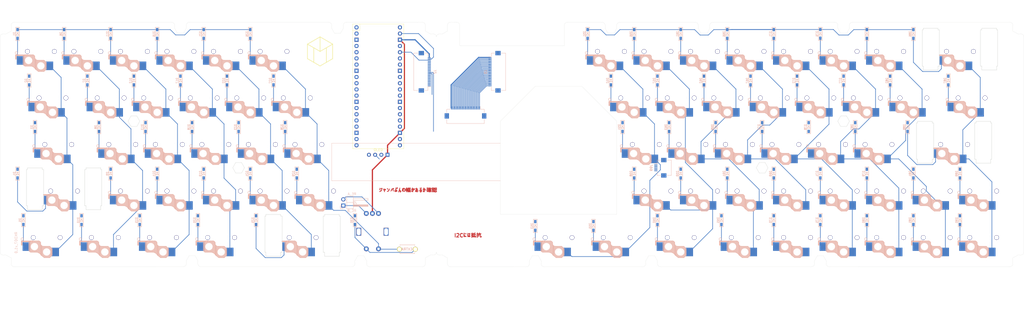
<source format=kicad_pcb>
(kicad_pcb (version 20241229) (generator "pcbnew") (generator_version "9.0")
  (layers (0 "F.Cu" signal) (2 "B.Cu" signal) (13 "F.Paste" user) (15 "B.Paste" user) (5 "F.SilkS" user "F.Silkscreen") (7 "B.SilkS" user "B.Silkscreen") (1 "F.Mask" user) (3 "B.Mask" user) (25 "Edge.Cuts" user))
  (net 0 "")
  (net 1 "Net-(D1-A)")
  (net 2 "Net-(D2-A)")
  (net 3 "Net-(D3-A)")
  (net 4 "Net-(D4-A)")
  (net 5 "Net-(D5-A)")
  (net 6 "Net-(D6-A)")
  (net 7 "Net-(D7-A)")
  (net 8 "Net-(D8-A)")
  (net 9 "Net-(D9-A)")
  (net 10 "Net-(D10-A)")
  (net 11 "Net-(D11-A)")
  (net 12 "Net-(D12-A)")
  (net 13 "Net-(D13-A)")
  (net 14 "Net-(D14-A)")
  (net 15 "Net-(D15-A)")
  (net 16 "Net-(D16-A)")
  (net 17 "Net-(D17-A)")
  (net 18 "Net-(D18-A)")
  (net 19 "Net-(D19-A)")
  (net 20 "Net-(D20-A)")
  (net 21 "Net-(D21-A)")
  (net 22 "Net-(D22-A)")
  (net 23 "Net-(D23-A)")
  (net 24 "Net-(D24-A)")
  (net 25 "Net-(D25-A)")
  (net 26 "Net-(D26-A)")
  (net 27 "Net-(D27-A)")
  (net 28 "Net-(D28-A)")
  (net 29 "Net-(D29-A)")
  (net 30 "Net-(D30-A)")
  (net 31 "Net-(D51-A)")
  (net 32 "Net-(D52-A)")
  (net 33 "Net-(D53-A)")
  (net 34 "Net-(D54-A)")
  (net 35 "Net-(D55-A)")
  (net 36 "Net-(D56-A)")
  (net 37 "Net-(D57-A)")
  (net 38 "Net-(D58-A)")
  (net 39 "Net-(D59-A)")
  (net 40 "Net-(D60-A)")
  (net 41 "Net-(D61-A)")
  (net 42 "Net-(D62-A)")
  (net 43 "Net-(D63-A)")
  (net 44 "Net-(D64-A)")
  (net 45 "Net-(D65-A)")
  (net 46 "Net-(D66-A)")
  (net 47 "Net-(D67-A)")
  (net 48 "Net-(D68-A)")
  (net 49 "Net-(D69-A)")
  (net 50 "Net-(D70-A)")
  (net 66 "ROW0_L")
  (net 67 "ROW1_L")
  (net 71 "ROW2_L")
  (net 72 "ROW3_L")
  (net 73 "ROW4_L")
  (net 74 "ROW0_R")
  (net 75 "ROW1_R")
  (net 76 "ROW2_R")
  (net 78 "SCL{slash}TX_L")
  (net 79 "SDA{slash}SCK_L")
  (net 81 "SDA{slash}SCK_R")
  (net 82 "SCL{slash}TX_R")
  (net 83 "GP14_R")
  (net 84 "ROW3_R")
  (net 85 "ROW4_R")
  (net 86 "RE_B")
  (net 87 "RE_A")
  (net 88 "GP23_R")
  (net 89 "GP27_R")
  (net 90 "GND_R")
  (net 91 "GP10_R")
  (net 92 "3v3_R")
  (net 93 "GP12_R")
  (net 94 "GP13_R")
  (net 95 "GP11_R")
  (net 96 "GP09_R")
  (net 97 "GP24_R")
  (net 98 "GP25_R")
  (net 99 "GP22_R")
  (net 100 "GP20_R")
  (net 101 "GP16_R")
  (net 102 "GP26_R")
  (net 103 "GP28_R")
  (net 104 "VCC_R")
  (net 105 "GP17_R")
  (net 106 "GP21_R")
  (net 107 "GP08_R")
  (net 108 "3v3_L")
  (net 109 "GND_L")
  (net 110 "COL0_L")
  (net 111 "COL1_L")
  (net 112 "COL2_L")
  (net 113 "COL3_L")
  (net 114 "COL4_L")
  (net 115 "COL5_L")
  (net 116 "COL6_R")
  (net 117 "COL7_R")
  (net 118 "COL8_R")
  (net 119 "COL9_R")
  (net 120 "COL10_R")
  (net 121 "COL11_R")
  (net 122 "COL12_R")
  (net 123 "COL13_R")
  (net 132 "VCC_L")
  (net 156 "Net-(D71-A)")
  (net 157 "Net-(D72-A)")
  (net 158 "Net-(D73-A)")
  (net 159 "Net-(D74-A)")
  (net 160 "Net-(D75-A)")
  (net 161 "Net-(D76-A)")
  (net 162 "Net-(D77-A)")
  (net 163 "Net-(D78-A)")
  (net 164 "Net-(D79-A)")
  (net 165 "Net-(D80-A)")
  (net 166 "Net-(D81-A)")
  (net 167 "Net-(D82-A)")
  (net 168 "Net-(D83-A)")
  (net 169 "Net-(D84-A)")
  (net 170 "Net-(D85-A)")
  (net 171 "Net-(D86-A)")
  (net 172 "Net-(D87-A)")
  (net 173 "Net-(D89-A)")
  (net 174 "Net-(D90-A)")
  (net 175 "Net-(D88-A)")
  (net 176 "GP15_R")
  (footprint "kbd_Parts:Diode_SMD" (layer "F.Cu") (at 250.03125 116.6812 -90)
    (property "Reference" "D52")
    (property "Value" "D" (hide yes))
  )
  (footprint "kbd_Parts:Diode_SMD" (layer "F.Cu") (at 330.99375 135.7312 -90)
    (property "Reference" "D78")
    (property "Value" "D" (hide yes))
  )
  (footprint "Rikkodo_FootPrint:rkd_Asm_ChocV1V2_Hotswap_1u" (layer "F.Cu") (at 321.46875 142.875)
    (property "Reference" "SW73" (hide yes))
    (property "Value" "SW_Push" (hide yes))
  )
  (footprint "Rikkodo_FootPrint:rkd_Asm_ChocV1V2_Hotswap_1u" (layer "F.Cu") (at 50.00625 142.875)
    (property "Reference" "SW8" (hide yes))
    (property "Value" "SW_Push" (hide yes))
  )
  (footprint "kbd_Parts:Diode_SMD" (layer "F.Cu") (at 311.94375 135.7312 -90)
    (property "Reference" "D73")
    (property "Value" "D" (hide yes))
  )
  (footprint "Rikkodo_FootPrint:rkd_Asm_ChocV1V2_Hotswap_1u" (layer "F.Cu") (at 16.66875 104.775)
    (property "Reference" "SW1" (hide yes))
    (property "Value" "SW_Push" (hide yes))
  )
  (footprint "kbd_Parts:Diode_SMD" (layer "F.Cu") (at 7.14375 97.6312 -90)
    (property "Reference" "D1")
    (property "Value" "D" (hide yes))
  )
  (footprint "kbd_Parts:Diode_SMD" (layer "F.Cu") (at 364.33125 116.6812 -90)
    (property "Reference" "D82")
    (property "Value" "D" (hide yes))
  )
  (footprint "Rikkodo_FootPrint:rkd_Asm_ChocV1V2_Hotswap_1u" (layer "F.Cu") (at 307.18125 104.775)
    (property "Reference" "SW66" (hide yes))
    (property "Value" "SW_Push" (hide yes))
  )
  (footprint "kbd_Parts:Diode_SMD" (layer "F.Cu") (at 54.76875 116.6812 -90)
    (property "Reference" "D12")
    (property "Value" "D" (hide yes))
  )
  (footprint "kbd_Parts:Diode_SMD" (layer "F.Cu") (at 392.90625 154.7812 -90)
    (property "Reference" "D89")
    (property "Value" "D" (hide yes))
  )
  (footprint "kbd_Parts:Diode_SMD" (layer "F.Cu") (at 335.75625 173.8312 -90)
    (property "Reference" "D75")
    (property "Value" "D" (hide yes))
  )
  (footprint "Rikkodo_FootPrint:rkd_LOGO_2x" (layer "F.Cu") (at 130.96875 104.775)
    (property "Reference" "M8" (hide yes))
    (property "Value" "Mark" (hide yes))
  )
  (footprint "BrownSugar_KBD:OLED_center_display" (layer "F.Cu") (at 154.78125 128.5875)
    (property "Reference" "OL2")
    (property "Value" "OLED")
  )
  (footprint "Rikkodo_FootPrint:rkd_Asm_ChocV1V2_Hotswap_1u" (layer "F.Cu") (at 383.38125 180.975)
    (property "Reference" "SW85" (hide yes))
    (property "Value" "SW_Push" (hide yes))
  )
  (footprint "Rikkodo_FootPrint:rkd_Asm_ChocV1V2_Hotswap_1u" (layer "F.Cu") (at 340.51875 142.875)
    (property "Reference" "SW78" (hide yes))
    (property "Value" "SW_Push" (hide yes))
  )
  (footprint "kbd_Parts:Diode_SMD" (layer "F.Cu") (at 373.85625 97.6312 -90)
    (property "Reference" "D86")
    (property "Value" "D" (hide yes))
  )
  (footprint "kbd_Parts:Diode_SMD" (layer "F.Cu") (at 7.14375 154.7812 -90)
    (property "Reference" "D4")
    (property "Value" "D" (hide yes))
  )
  (footprint "Rikkodo_FootPrint:rkd_RPi_Pico_TH_NODBG" (layer "F.Cu") (at 154.78125 119.0625)
    (property "Reference" "U1" (hide yes))
    (property "Value" "Pico")
  )
  (footprint "Rikkodo_FootPrint:rkd_Asm_ChocV1V2_Hotswap_1u" (layer "F.Cu") (at 259.55625 123.825)
    (property "Reference" "SW52" (hide yes))
    (property "Value" "SW_Push" (hide yes))
  )
  (footprint "Rikkodo_FootPrint:rkd_Asm_ChocV1V2_Hotswap_1u" (layer "F.Cu") (at 288.13125 104.775)
    (property "Reference" "SW61" (hide yes))
    (property "Value" "SW_Push" (hide yes))
  )
  (footprint "kbd_Parts:Diode_SMD" (layer "F.Cu") (at 350.04375 135.7312 -90)
    (property "Reference" "D83")
    (property "Value" "D" (hide yes))
  )
  (footprint "Rikkodo_FootPrint:rkd_Asm_ChocV1V2_Hotswap_1u" (layer "F.Cu") (at 326.23125 161.925)
    (property "Reference" "SW69" (hide yes))
    (property "Value" "SW_Push" (hide yes))
  )
  (footprint "kbd_Parts:Diode_SMD" (layer "F.Cu") (at 254.79375 135.7312 -90)
    (property "Reference" "D54")
    (property "Value" "D" (hide yes))
  )
  (footprint "Rikkodo_FootPrint:rkd_Asm_ChocV1V2_Hotswap_1u" (layer "F.Cu") (at 359.56875 142.875)
    (property "Reference" "SW83" (hide yes))
    (property "Value" "SW_Push" (hide yes))
  )
  (footprint "kbd_Hole:m2_Spacer_Hole_hex" (layer "F.Cu") (at 97.63125 152.4)
    (property "Reference" "M4")
    (property "Value" "Mark")
    (fp_line (start -2.4 0) (end -1.2 2.15) (stroke (width 0.1)) (layer "Edge.Cuts"))
    (fp_line (start -1.2 -2.15) (end -2.4 0) (stroke (width 0.1)) (layer "Edge.Cuts"))
    (fp_line (start -1.2 2.15) (end 1.2 2.15) (stroke (width 0.1)) (layer "Edge.Cuts"))
    (fp_line (start 1.2 -2.15) (end -1.2 -2.15) (stroke (width 0.1)) (layer "Edge.Cuts"))
    (fp_line (start 1.2 2.15) (end 2.4 0) (stroke (width 0.1)) (layer "Edge.Cuts"))
    (fp_line (start 2.4 0) (end 1.2 -2.15) (stroke (width 0.1)) (layer "Edge.Cuts"))
  )
  (footprint "Rikkodo_FootPrint:rkd_Asm_ChocV1V2_Hotswap_1u" (layer "F.Cu") (at 354.80625 123.825)
    (property "Reference" "SW77" (hide yes))
    (property "Value" "SW_Push" (hide yes))
  )
  (footprint "kbd_Parts:Diode_SMD" (layer "F.Cu") (at 326.23125 116.6812 -90)
    (property "Reference" "D72")
    (property "Value" "D" (hide yes))
  )
  (footprint "Rikkodo_FootPrint:rkd_Asm_ChocV1V2_Hotswap_1u" (layer "F.Cu") (at 83.34375 123.825)
    (property "Reference" "SW17" (hide yes))
    (property "Value" "SW_Push" (hide yes))
  )
  (footprint "kbd_Parts:Diode_SMD" (layer "F.Cu") (at 273.84375 135.7312 -90)
    (property "Reference" "D63")
    (property "Value" "D" (hide yes))
  )
  (footprint "Rikkodo_FootPrint:rkd_Asm_ChocV1V2_Hotswap_1u" (layer "F.Cu") (at 54.76875 161.925)
    (property "Reference" "SW9" (hide yes))
    (property "Value" "SW_Push" (hide yes))
  )
  (footprint "kbd_Parts:Diode_SMD" (layer "F.Cu") (at 78.58125 135.7312 -90)
    (property "Reference" "D18")
    (property "Value" "D" (hide yes))
  )
  (footprint "Rikkodo_FootPrint:rkd_Asm_ChocV1V2_Hotswap_1u" (layer "F.Cu") (at 278.60625 180.975)
    (property "Reference" "SW60" (hide yes))
    (property "Value" "SW_Push" (hide yes))
  )
  (footprint "kbd_Parts:Diode_SMD" (layer "F.Cu") (at 92.86875 116.6812 -90)
    (property "Reference" "D22")
    (property "Value" "D" (hide yes))
  )
  (footprint "Rikkodo_FootPrint:rkd_Asm_ChocV1V2_Hotswap_1u" (layer "F.Cu") (at 283.36875 142.875)
    (property "Reference" "SW63" (hide yes))
    (property "Value" "SW_Push" (hide yes))
  )
  (footprint "kbd_Parts:ResetSW" (layer "F.Cu") (at 166.6875 185.7375 180)
    (property "Reference" "SW31" (hide yes))
    (property "Value" "SW_Push")
  )
  (footprint "kbd_Hole:m2_Spacer_Hole_hex" (layer "F.Cu") (at 54.76875 133.35)
    (property "Reference" "M3")
    (property "Value" "Mark")
    (fp_line (start -2.4 0) (end -1.2 2.15) (stroke (width 0.1)) (layer "Edge.Cuts"))
    (fp_line (start -1.2 -2.15) (end -2.4 0) (stroke (width 0.1)) (layer "Edge.Cuts"))
    (fp_line (start -1.2 2.15) (end 1.2 2.15) (stroke (width 0.1)) (layer "Edge.Cuts"))
    (fp_line (start 1.2 -2.15) (end -1.2 -2.15) (stroke (width 0.1)) (layer "Edge.Cuts"))
    (fp_line (start 1.2 2.15) (end 2.4 0) (stroke (width 0.1)) (layer "Edge.Cuts"))
    (fp_line (start 2.4 0) (end 1.2 -2.15) (stroke (width 0.1)) (layer "Edge.Cuts"))
  )
  (footprint "kbd_Parts:Diode_SMD" (layer "F.Cu") (at 297.65625 154.7812 -90)
    (property "Reference" "D64")
    (property "Value" "D" (hide yes))
  )
  (footprint "kbd_Parts:Diode_SMD" (layer "F.Cu") (at 97.63125 135.7312 -90)
    (property "Reference" "D23")
    (property "Value" "D" (hide yes))
  )
  (footprint "kbd_Parts:Diode_SMD" (layer "F.Cu") (at 392.90625 173.8312 -90)
    (property "Reference" "D90")
    (property "Value" "D" (hide yes))
  )
  (footprint "kbd_Parts:Diode_SMD" (layer "F.Cu") (at 80.96255 173.8312 -90)
    (property "Reference" "D20")
    (property "Value" "D" (hide yes))
  )
  (footprint "kbd_Parts:Diode_SMD" (layer "F.Cu") (at 64.29375 154.7812 -90)
    (property "Reference" "D14")
    (property "Value" "D" (hide yes))
  )
  (footprint "Rikkodo_FootPrint:rkd_Asm_ChocV1V2_Hotswap_1u" (layer "F.Cu") (at 302.41875 142.875)
    (property "Reference" "SW68" (hide yes))
    (property "Value" "SW_Push" (hide yes))
  )
  (footprint "Rikkodo_FootPrint:rkd_Asm_ChocV1V2_Hotswap_1u" (layer "F.Cu") (at 304.8 180.975)
    (property "Reference" "SW65" (hide yes))
    (property "Value" "SW_Push" (hide yes))
  )
  (footprint "kbd_Parts:Diode_SMD" (layer "F.Cu") (at 335.75625 97.5812 -90)
    (property "Reference" "D76")
    (property "Value" "D" (hide yes))
  )
  (footprint "kbd_Parts:Diode_SMD" (layer "F.Cu") (at 259.55625 97.6312 -90)
    (property "Reference" "D56")
    (property "Value" "D" (hide yes))
  )
  (footprint "Rikkodo_FootPrint:rkd_Asm_ChocV1V2_Hotswap_1u" (layer "F.Cu") (at 35.71875 104.775)
    (property "Reference" "SW6" (hide yes))
    (property "Value" "SW_Push" (hide yes))
  )
  (footprint "Rikkodo_FootPrint:rkd_Asm_ChocV1V2_Hotswap_1u" (layer "F.Cu") (at 397.66875 123.825)
    (property "Reference" "SW87" (hide yes))
    (property "Value" "SW_Push" (hide yes))
  )
  (footprint "Rikkodo_FootPrint:rkd_Asm_ChocV1V2_Hotswap_1u" (layer "F.Cu") (at 107.15625 142.875)
    (property "Reference" "SW23" (hide yes))
    (property "Value" "SW_Push" (hide yes))
  )
  (footprint "kbd_Parts:Diode_SMD" (layer "F.Cu") (at 219.07505 176.2125 -90)
    (property "Reference" "D53")
    (property "Value" "D" (hide yes))
  )
  (footprint "Rikkodo_FootPrint:rkd_Asm_ChocV1V2_Hotswap_1u" (layer "F.Cu") (at 45.24375 123.825)
    (property "Reference" "SW7" (hide yes))
    (property "Value" "SW_Push" (hide yes))
  )
  (footprint "Rikkodo_FootPrint:rkd_Asm_ChocV1V2_Hotswap_1u" (layer "F.Cu") (at 23.81255 142.875)
    (property "Reference" "SW3" (hide yes))
    (property "Value" "SW_Push" (hide yes))
  )
  (footprint "kbd_Parts:Diode_SMD" (layer "F.Cu") (at 278.60625 97.6312 -90)
    (property "Reference" "D61")
    (property "Value" "D" (hide yes))
  )
  (footprint "Rikkodo_FootPrint:rkd_Asm_ChocV1V2_Hotswap_1u" (layer "F.Cu") (at 297.65625 123.825)
    (property "Reference" "SW62" (hide yes))
    (property "Value" "SW_Push" (hide yes))
  )
  (footprint "kbd_Parts:Diode_SMD" (layer "F.Cu") (at 242.88755 176.2125 -90)
    (property "Reference" "D55")
    (property "Value" "D" (hide yes))
  )
  (footprint "Rikkodo_FootPrint:rkd_Asm_ChocV1V2_Hotswap_1u" (layer "F.Cu") (at 383.38125 161.925)
    (property "Reference" "SW84" (hide yes))
    (property "Value" "SW_Push" (hide yes))
  )
  (footprint "kbd_Parts:Diode_SMD" (layer "F.Cu") (at 307.18125 116.6812 -90)
    (property "Reference" "D67")
    (property "Value" "D" (hide yes))
  )
  (footprint "Rikkodo_FootPrint:rkd_Asm_ChocV1V2_Hotswap_1u" (layer "F.Cu") (at 102.39375 123.825)
    (property "Reference" "SW22" (hide yes))
    (property "Value" "SW_Push" (hide yes))
  )
  (footprint "kbd_Parts:Diode_SMD" (layer "F.Cu") (at 35.71875 116.6812 -90)
    (property "Reference" "D7")
    (property "Value" "D" (hide yes))
  )
  (footprint "kbd_Parts:Diode_SMD" (layer "F.Cu") (at 278.60625 154.7812 -90)
    (property "Reference" "D59")
    (property "Value" "D" (hide yes))
  )
  (footprint "kbd_Parts:Diode_SMD" (layer "F.Cu") (at 102.39375 154.7812 -90)
    (property "Reference" "D24")
    (property "Value" "D" (hide yes))
  )
  (footprint "Rikkodo_FootPrint:rkd_Asm_ChocV1V2_Hotswap_1u" (layer "F.Cu") (at 126.20625 142.875)
    (property "Reference" "SW28" (hide yes))
    (property "Value" "SW_Push" (hide yes))
  )
  (footprint "kbd_Parts:Diode_SMD" (layer "F.Cu") (at 269.08125 173.83125 -90)
    (property "Reference" "D60")
    (property "Value" "D" (hide yes))
  )
  (footprint "kbd_Parts:Diode_SMD" (layer "F.Cu") (at 45.24375 154.7812 -90)
    (property "Reference" "D9")
    (property "Value" "D" (hide yes))
  )
  (footprint "kbd_Parts:Diode_SMD" (layer "F.Cu") (at 121.44375 154.7812 -90)
    (property "Reference" "D29")
    (property "Value" "D" (hide yes))
  )
  (footprint "kbd_Parts:Diode_SMD" (layer "F.Cu") (at 354.80625 154.7812 -90)
    (property "Reference" "D79")
    (property "Value" "D" (hide yes))
  )
  (footprint "kbd_Parts:Diode_SMD" (layer "F.Cu") (at 288.13125 116.6812 -90)
    (property "Reference" "D62")
    (property "Value" "D" (hide yes))
  )
  (footprint "Rikkodo_FootPrint:rkd_Asm_ChocV1V2_Hotswap_1u" (layer "F.Cu") (at 373.85625 123.825)
    (property "Reference" "SW82" (hide yes))
    (property "Value" "SW_Push" (hide yes))
  )
  (footprint "Rikkodo_FootPrint:rkd_Asm_ChocV1V2_Hotswap_1u" (layer "F.Cu") (at 66.67505 180.975)
    (property "Reference" "SW15" (hide yes))
    (property "Value" "SW_Push" (hide yes))
  )
  (footprint "Rikkodo_FootPrint:rkd_Asm_ChocV1V2_Hotswap_1u" (layer "F.Cu") (at 19.05005 180.975)
    (property "Reference" "SW5" (hide yes))
    (property "Value" "SW_Push" (hide yes))
  )
  (footprint "Rikkodo_FootPrint:rkd_Asm_ChocV1V2_Hotswap_1u" (layer "F.Cu") (at 92.86875 161.925)
    (property "Reference" "SW19" (hide yes))
    (property "Value" "SW_Push" (hide yes))
  )
  (footprint "Rikkodo_FootPrint:rkd_Asm_ChocV1V2_Hotswap_1u" (layer "F.Cu") (at 264.31875 142.875)
    (property "Reference" "SW54" (hide yes))
    (property "Value" "SW_Push" (hide yes))
  )
  (footprint "kbd_Parts:Diode_SMD" (layer "F.Cu") (at 102.39375 97.6312 -90)
    (property "Reference" "D26")
    (property "Value" "D" (hide yes))
  )
  (footprint "kbd_Parts:Diode_SMD" (layer "F.Cu") (at 111.91875 116.6812 -90)
    (property "Reference" "D27")
    (property "Value" "D" (hide yes))
  )
  (footprint "kbd_Parts:Diode_SMD" (layer "F.Cu") (at 116.68125 135.7312 -90)
    (property "Reference" "D28")
    (property "Value" "D" (hide yes))
  )
  (footprint "Rikkodo_FootPrint:rkd_Asm_ChocV1V2_Hotswap_1u" (layer "F.Cu") (at 288.13125 161.925)
    (property "Reference" "SW59" (hide yes))
    (property "Value" "SW_Push" (hide yes))
  )
  (footprint "Rikkodo_FootPrint:rkd_Asm_ChocV1V2_Hotswap_1u" (layer "F.Cu") (at 130.96875 161.925)
    (property "Reference" "SW29" (hide yes))
    (property "Value" "SW_Push" (hide yes))
  )
  (footprint "kbd_Hole:m2_Spacer_Hole_hex" (layer "F.Cu") (at 311.94375 152.4)
    (property "Reference" "M5")
    (property "Value" "Mark")
    (fp_line (start -2.4 0) (end -1.2 2.15) (stroke (width 0.1)) (layer "Edge.Cuts"))
    (fp_line (start -1.2 -2.15) (end -2.4 0) (stroke (width 0.1)) (layer "Edge.Cuts"))
    (fp_line (start -1.2 2.15) (end 1.2 2.15) (stroke (width 0.1)) (layer "Edge.Cuts"))
    (fp_line (start 1.2 -2.15) (end -1.2 -2.15) (stroke (width 0.1)) (layer "Edge.Cuts"))
    (fp_line (start 1.2 2.15) (end 2.4 0) (stroke (width 0.1)) (layer "Edge.Cuts"))
    (fp_line (start 2.4 0) (end 1.2 -2.15) (stroke (width 0.1)) (layer "Edge.Cuts"))
  )
  (footprint "Rikkodo_FootPrint:rkd_Asm_ChocV1V2_Hotswap_1u" (layer "F.Cu") (at 88.10625 142.875)
    (property "Reference" "SW18" (hide yes))
    (property "Value" "SW_Push" (hide yes))
  )
  (footprint "Rikkodo_FootPrint:rkd_Asm_ChocV1V2_Hotswap_1u" (layer "F.Cu") (at 21.43125 123.825)
    (property "Reference" "SW2" (hide yes))
    (property "Value" "SW_Push" (hide yes))
  )
  (footprint "kbd_Parts:Diode_SMD" (layer "F.Cu") (at 240.50625 97.6312 -90)
    (property "Reference" "D51")
    (property "Value" "D" (hide yes))
  )
  (footprint "Rikkodo_FootPrint:rkd_Asm_ChocV1V2_Hotswap_1u" (layer "F.Cu") (at 326.23125 104.775)
    (property "Reference" "SW71" (hide yes))
    (property "Value" "SW_Push" (hide yes))
  )
  (footprint "kbd_Parts:Diode_SMD" (layer "F.Cu") (at 26.19375 97.6312 -90)
    (property "Reference" "D6")
    (property "Value" "D" (hide yes))
  )
  (footprint "kbd_Parts:Diode_SMD" (layer "F.Cu") (at 9.52505 173.8312 -90)
    (property "Reference" "D5")
    (property "Value" "D" (hide yes))
  )
  (footprint "kbd_Parts:Diode_SMD" (layer "F.Cu") (at 259.55625 154.7812 -90)
    (property "Reference" "D58")
    (property "Value" "D" (hide yes))
  )
  (footprint "Rikkodo_FootPrint:rkd_Asm_ChocV1V2_Hotswap_1u" (layer "F.Cu") (at 111.91875 104.775)
    (property "Reference" "SW26" (hide yes))
    (property "Value" "SW_Push" (hide yes))
  )
  (footprint "Rikkodo_FootPrint:rkd_Asm_ChocV1V2_Hotswap_1u" (layer "F.Cu") (at 111.91875 161.925)
    (property "Reference" "SW24" (hide yes))
    (property "Value" "SW_Push" (hide yes))
  )
  (footprint "Rikkodo_FootPrint:rkd_Asm_ChocV1V2_Hotswap_1u" (layer "F.Cu") (at 364.33125 104.775)
    (property "Reference" "SW81" (hide yes))
    (property "Value" "SW_Push" (hide yes))
  )
  (footprint "Rikkodo_FootPrint:rkd_Asm_ChocV2_Hotswap_2uW" (layer "F.Cu") (at 123.82505 180.975)
    (property "Reference" "SW25" (hide yes))
    (property "Value" "SW_Push" (hide yes))
    (fp_line (start -15.4 -8.8) (end -15.4 6) (stroke (width 0.12)) (layer "Edge.Cuts"))
    (fp_line (start -15.4 6) (end -15.025 6) (stroke (width 0.12)) (layer "Edge.Cuts"))
    (fp_line (start -15.025 -9.445) (end -8.975 -9.445) (stroke (width 0.12)) (layer "Edge.Cuts"))
    (fp_line (start -15.025 -8.8) (end -15.4 -8.8) (stroke (width 0.12)) (layer "Edge.Cuts"))
    (fp_line (start -15.025 -8.8) (end -15.025 -9.445) (stroke (width 0.12)) (layer "Edge.Cuts"))
    (fp_line (start -15.025 7.605) (end -15.025 6) (stroke (width 0.12)) (layer "Edge.Cuts"))
    (fp_line (start -8.975 -8.8) (end -8.975 -9.445) (stroke (width 0.12)) (layer "Edge.Cuts"))
    (fp_line (start -8.975 6) (end -8.975 7.605) (stroke (width 0.12)) (layer "Edge.Cuts"))
    (fp_line (start -8.975 7.605) (end -15.025 7.605) (stroke (width 0.12)) (layer "Edge.Cuts"))
    (fp_line (start -8.4 -8.8) (end -8.975 -8.8) (stroke (width 0.12)) (layer "Edge.Cuts"))
    (fp_line (start -8.4 6) (end -8.975 6) (stroke (width 0.12)) (layer "Edge.Cuts"))
    (fp_line (start -8.4 6) (end -8.4 -8.8) (stroke (width 0.12)) (layer "Edge.Cuts"))
    (fp_line (start 8.4 -8.8) (end 8.975 -8.8) (stroke (width 0.12)) (layer "Edge.Cuts"))
    (fp_line (start 8.4 6) (end 8.4 -8.8) (stroke (width 0.12)) (layer "Edge.Cuts"))
    (fp_line (start 8.975 -9.445) (end 8.975 -8.8) (stroke (width 0.12)) (layer "Edge.Cuts"))
    (fp_line (start 8.975 6) (end 8.4 6) (stroke (width 0.12)) (layer "Edge.Cuts"))
    (fp_line (start 8.975 6) (end 8.975 7.605) (stroke (width 0.12)) (layer "Edge.Cuts"))
    (fp_line (start 8.975 7.605) (end 15.025 7.605) (stroke (width 0.12)) (layer "Edge.Cuts"))
    (fp_line (start 15.025 -9.445) (end 8.975 -9.445) (stroke (width 0.12)) (layer "Edge.Cuts"))
    (fp_line (start 15.025 -9.445) (end 15.025 -8.8) (stroke (width 0.12)) (layer "Edge.Cuts"))
    (fp_line (start 15.025 -8.8) (end 15.4 -8.8) (stroke (width 0.12)) (layer "Edge.Cuts"))
    (fp_line (start 15.025 7.605) (end 15.025 6) (stroke (width 0.12)) (layer "Edge.Cuts"))
    (fp_line (start 15.4 -8.8) (end 15.4 6) (stroke (width 0.12)) (layer "Edge.Cuts"))
    (fp_line (start 15.4 6) (end 15.025 6) (stroke (width 0.12)) (layer "Edge.Cuts"))
  )
  (footprint "Rikkodo_FootPrint:rkd_Asm_ChocV1V2_Hotswap_1u" (layer "F.Cu") (at 73.81875 104.775)
    (property "Reference" "SW16" (hide yes))
    (property "Value" "SW_Push" (hide yes))
  )
  (footprint "Rikkodo_FootPrint:rkd_Asm_ChocV1V2_Hotswap_1u" (layer "F.Cu") (at 90.48755 180.975)
    (property "Reference" "SW20" (hide yes))
    (property "Value" "SW_Push" (hide yes))
  )
  (footprint "kbd_Parts:Diode_SMD" (layer "F.Cu") (at 373.85625 154.7812 -90)
    (property "Reference" "D84")
    (property "Value" "D" (hide yes))
  )
  (footprint "Rikkodo_FootPrint:rkd_Asm_ChocV1V2_Hotswap_1u" (layer "F.Cu") (at 345.28125 161.925)
    (property "Reference" "SW74" (hide yes))
    (property "Value" "SW_Push" (hide yes))
  )
  (footprint "Rikkodo_FootPrint:rkd_Asm_ChocV1V2_Hotswap_1u" (layer "F.Cu") (at 73.81875 161.925)
    (property "Reference" "SW14" (hide yes))
    (property "Value" "SW_Push" (hide yes))
  )
  (footprint "Rikkodo_FootPrint:rkd_Asm_ChocV1V2_Hotswap_1u" (layer "F.Cu") (at 228.60005 180.975)
    (property "Reference" "SW53" (hide yes))
    (property "Value" "SW_Push" (hide yes))
  )
  (footprint "kbd_Parts:Diode_SMD" (layer "F.Cu") (at 45.24375 97.6312 -90)
    (property "Reference" "D11")
    (property "Value" "D" (hide yes))
  )
  (footprint "kbd_Parts:Diode_SMD" (layer "F.Cu") (at 64.29375 97.6312 -90)
    (property "Reference" "D16")
    (property "Value" "D" (hide yes))
  )
  (footprint "kbd_Parts:Diode_SMD" (layer "F.Cu") (at 316.70625 173.8312 -90)
    (property "Reference" "D70")
    (property "Value" "D" (hide yes))
  )
  (footprint "kbd_Parts:Diode_SMD" (layer "F.Cu") (at 33.33755 173.8312 -90)
    (property "Reference" "D10")
    (property "Value" "D" (hide yes))
  )
  (footprint "kbd_Parts:Diode_SMD" (layer "F.Cu") (at 316.70625 97.6312 -90)
    (property "Reference" "D71")
    (property "Value" "D" (hide yes))
  )
  (footprint "Rikkodo_FootPrint:rkd_Asm_ChocV1V2_Hotswap_1u" (layer "F.Cu") (at 278.60625 123.825)
    (property "Reference" "SW57" (hide yes))
    (property "Value" "SW_Push" (hide yes))
  )
  (footprint "kbd_Parts:Diode_SMD" (layer "F.Cu") (at 59.53125 135.73125 -90)
    (property "Reference" "D13")
    (property "Value" "D" (hide yes))
  )
  (footprint "Rikkodo_FootPrint:rkd_Asm_ChocV2_Hotswap_2uW" (layer "F.Cu") (at 26.19375 161.925)
    (property "Reference" "SW4" (hide yes))
    (property "Value" "SW_Push" (hide yes))
    (fp_line (start -15.4 -8.8) (end -15.4 6) (stroke (width 0.12)) (layer "Edge.Cuts"))
    (fp_line (start -15.4 6) (end -15.025 6) (stroke (width 0.12)) (layer "Edge.Cuts"))
    (fp_line (start -15.025 -9.445) (end -8.975 -9.445) (stroke (width 0.12)) (layer "Edge.Cuts"))
    (fp_line (start -15.025 -8.8) (end -15.4 -8.8) (stroke (width 0.12)) (layer "Edge.Cuts"))
    (fp_line (start -15.025 -8.8) (end -15.025 -9.445) (stroke (width 0.12)) (layer "Edge.Cuts"))
    (fp_line (start -15.025 7.605) (end -15.025 6) (stroke (width 0.12)) (layer "Edge.Cuts"))
    (fp_line (start -8.975 -8.8) (end -8.975 -9.445) (stroke (width 0.12)) (layer "Edge.Cuts"))
    (fp_line (start -8.975 6) (end -8.975 7.605) (stroke (width 0.12)) (layer "Edge.Cuts"))
    (fp_line (start -8.975 7.605) (end -15.025 7.605) (stroke (width 0.12)) (layer "Edge.Cuts"))
    (fp_line (start -8.4 -8.8) (end -8.975 -8.8) (stroke (width 0.12)) (layer "Edge.Cuts"))
    (fp_line (start -8.4 6) (end -8.975 6) (stroke (width 0.12)) (layer "Edge.Cuts"))
    (fp_line (start -8.4 6) (end -8.4 -8.8) (stroke (width 0.12)) (layer "Edge.Cuts"))
    (fp_line (start 8.4 -8.8) (end 8.975 -8.8) (stroke (width 0.12)) (layer "Edge.Cuts"))
    (fp_line (start 8.4 6) (end 8.4 -8.8) (stroke (width 0.12)) (layer "Edge.Cuts"))
    (fp_line (start 8.975 -9.445) (end 8.975 -8.8) (stroke (width 0.12)) (layer "Edge.Cuts"))
    (fp_line (start 8.975 6) (end 8.4 6) (stroke (width 0.12)) (layer "Edge.Cuts"))
    (fp_line (start 8.975 6) (end 8.975 7.605) (stroke (width 0.12)) (layer "Edge.Cuts"))
    (fp_line (start 8.975 7.605) (end 15.025 7.605) (stroke (width 0.12)) (layer "Edge.Cuts"))
    (fp_line (start 15.025 -9.445) (end 8.975 -9.445) (stroke (width 0.12)) (layer "Edge.Cuts"))
    (fp_line (start 15.025 -9.445) (end 15.025 -8.8) (stroke (width 0.12)) (layer "Edge.Cuts"))
    (fp_line (start 15.025 -8.8) (end 15.4 -8.8) (stroke (width 0.12)) (layer "Edge.Cuts"))
    (fp_line (start 15.025 7.605) (end 15.025 6) (stroke (width 0.12)) (layer "Edge.Cuts"))
    (fp_line (start 15.4 -8.8) (end 15.4 6) (stroke (width 0.12)) (layer "Edge.Cuts"))
    (fp_line (start 15.4 6) (end 15.025 6) (stroke (width 0.12)) (layer "Edge.Cuts"))
  )
  (footprint "Rikkodo_FootPrint:rkd_Asm_ChocV1V2_Hotswap_1u" (layer "F.Cu") (at 269.08125 161.925)
    (property "Reference" "SW58" (hide yes))
    (property "Value" "SW_Push" (hide yes))
  )
  (footprint "kbd_Parts:Diode_SMD" (layer "F.Cu") (at 295.275 173.8312 -90)
    (property "Reference" "D65")
    (property "Value" "D" (hide yes))
  )
  (footprint "kbd_Parts:Diode_SMD" (layer "F.Cu") (at 297.65625 97.6312 -90)
    (property "Reference" "D66")
    (property "Value" "D" (hide yes))
  )
  (footprint "Rikkodo_FootPrint:rkd_Asm_ChocV1V2_Hotswap_1u" (layer "F.Cu") (at 121.44375 123.825)
    (property "Reference" "SW27" (hide yes))
    (property "Value" "SW_Push" (hide yes))
  )
  (footprint "kbd_Parts:Diode_SMD" (layer "F.Cu") (at 57.15005 173.8312 -90)
    (property "Reference" "D15")
    (property "Value" "D" (hide yes))
  )
  (footprint "kbd_Parts:Diode_SMD" (layer "F.Cu") (at 335.75625 154.7812 -90)
    (property "Reference" "D74")
    (property "Value" "D" (hide yes))
  )
  (footprint "Rikkodo_FootPrint:rkd_Asm_ChocV1V2_Hotswap_1u" (layer "F.Cu") (at 42.86255 180.975)
    (property "Reference" "SW10" (hide yes))
    (property "Value" "SW_Push" (hide yes))
  )
  (footprint "kbd_Parts:Diode_SMD" (layer "F.Cu") (at 354.80625 173.8312 -90)
    (property "Reference" "D80")
    (property "Value" "D" (hide yes))
  )
  (footprint "kbd_Parts:Diode_SMD" (layer "F.Cu") (at 83.34375 97.6312 -90)
    (property "Reference" "D21")
    (property "Value" "D" (hide yes))
  )
  (footprint "kbd_Parts:Diode_SMD" (layer "F.Cu") (at 11.90625 116.6812 -90)
    (property "Reference" "D2")
    (property "Value" "D" (hide yes))
  )
  (footprint "kbd_Parts:Diode_SMD" (layer "F.Cu") (at 14.28755 135.7312 -90)
    (property "Reference" "D3")
    (property "Value" "D" (hide yes))
  )
  (footprint "Rikkodo_FootPrint:rkd_Asm_ChocV1V2_Hotswap_1u" (layer "F.Cu") (at 250.03125 104.775)
    (property "Reference" "SW51" (hide yes))
    (property "Value" "SW_Push" (hide yes))
  )
  (footprint "Rikkodo_FootPrint:rkd_Asm_ChocV1V2_Hotswap_1u" (layer "F.Cu") (at 402.43125 161.925)
    (property "Reference" "SW89" (hide yes))
    (property "Value" "SW_Push" (hide yes))
  )
  (footprint "Rikkodo_FootPrint:rkd_Asm_ChocV1V2_Hotswap_1u" (layer "F.Cu") (at 307.18125 161.925)
    (property "Reference" "SW64" (hide yes))
    (property "Value" "SW_Push" (hide yes))
  )
  (footprint "BrownSugar_KBD:RotaryEncoder_EC11-Switch" (layer "F.Cu") (at 152.4 178.59375 180)
    (property "Reference" "SW30" (hide yes))
    (property "Value" "RotaryEncoder_Switch")
  )
  (footprint "kbd_Parts:Diode_SMD" (layer "F.Cu") (at 83.34375 154.7812 -90)
    (property "Reference" "D19")
    (property "Value" "D" (hide yes))
  )
  (footprint "kbd_Parts:Diode_SMD" (layer "F.Cu") (at 269.08125 116.6812 -90)
    (property "Reference" "D57")
    (property "Value" "D" (hide yes))
  )
  (footprint "Rikkodo_FootPrint:rkd_Asm_ChocV1V2_Hotswap_1u" (layer "F.Cu") (at 69.05625 142.875)
    (property "Reference" "SW13" (hide yes))
    (property "Value" "SW_Push" (hide yes))
  )
  (footprint "kbd_Parts:Diode_SMD" (layer "F.Cu") (at 371.47505 135.7312 -90)
    (property "Reference" "D88")
    (property "Value" "D" (hide yes))
  )
  (footprint "Rikkodo_FootPrint:rkd_Asm_ChocV1V2_Hotswap_1u" (layer "F.Cu") (at 335.75625 123.825)
    (property "Reference" "SW72" (hide yes))
    (property "Value" "SW_Push" (hide yes))
  )
  (footprint "Rikkodo_FootPrint:rkd_Asm_ChocV1V2_Hotswap_1u" (layer "F.Cu") (at 364.33125 180.975)
    (property "Reference" "SW80" (hide yes))
    (property "Value" "SW_Push" (hide yes))
  )
  (footprint "Rikkodo_FootPrint:rkd_Asm_ChocV1V2_Hotswap_1u" (layer "F.Cu") (at 54.76875 104.775)
    (property "Reference" "SW11" (hide yes))
    (property "Value" "SW_Push" (hide yes))
  )
  (footprint "Rikkodo_FootPrint:rkd_Asm_ChocV1V2_Hotswap_1u" (layer "F.Cu") (at 402.43125 180.975)
    (property "Reference" "SW90" (hide yes))
    (property "Value" "SW_Push" (hide yes))
  )
  (footprint "Rikkodo_FootPrint:rkd_Asm_ChocV1V2_Hotswap_1u" (layer "F.Cu") (at 326.23125 180.975)
    (property "Reference" "SW70" (hide yes))
    (property "Value" "SW_Push" (hide yes))
  )
  (footprint "Rikkodo_FootPrint:rkd_Guard_Screw_Hall" (layer "F.Cu") (at 154.78125 125.015625 -90)
    (property "Reference" "Point1" (hide yes))
    (property "Value" "Guard_Screw_Hall" (hide yes))
  )
  (footprint "Rikkodo_FootPrint:rkd_Asm_ChocV1V2_Hotswap_1u" (layer "F.Cu") (at 269.08125 104.775)
    (property "Reference" "SW56" (hide yes))
    (property "Value" "SW_Push" (hide yes))
  )
  (footprint "Rikkodo_FootPrint:rkd_Asm_ChocV1V2_Hotswap_1u" (layer "F.Cu") (at 364.33125 161.925)
    (property "Reference" "SW79" (hide yes))
    (property "Value" "SW_Push" (hide yes))
  )
  (footprint "Rikkodo_FootPrint:rkd_Asm_ChocV1V2_Hotswap_1u" (layer "F.Cu") (at 252.41255 180.975)
    (property "Reference" "SW55" (hide yes))
    (property "Value" "SW_Push" (hide yes))
  )
  (footprint "Rikkodo_FootPrint:rkd_Asm_ChocV1V2_Hotswap_1u" (layer "F.Cu") (at 345.28125 180.975)
    (property "Reference" "SW75" (hide yes))
    (property "Value" "SW_Push" (hide yes))
  )
  (footprint "Rikkodo_FootPrint:rkd_Asm_ChocV2_Hotswap_2uW" (layer "F.Cu") (at 390.52505 142.875)
    (property "Reference" "SW88" (hide yes))
    (property "Value" "SW_Push" (hide yes))
    (fp_line (start -15.4 -8.8) (end -15.4 6) (stroke (width 0.12)) (layer "Edge.Cuts"))
    (fp_line (start -15.4 6) (end -15.025 6) (stroke (width 0.12)) (layer "Edge.Cuts"))
    (fp_line (start -15.025 -9.445) (end -8.975 -9.445) (stroke (width 0.12)) (layer "Edge.Cuts"))
    (fp_line (start -15.025 -8.8) (end -15.4 -8.8) (stroke (width 0.12)) (layer "Edge.Cuts"))
    (fp_line (start -15.025 -8.8) (end -15.025 -9.445) (stroke (width 0.12)) (layer "Edge.Cuts"))
    (fp_line (start -15.025 7.605) (end -15.025 6) (stroke (width 0.12)) (layer "Edge.Cuts"))
    (fp_line (start -8.975 -8.8) (end -8.975 -9.445) (stroke (width 0.12)) (layer "Edge.Cuts"))
    (fp_line (start -8.975 6) (end -8.975 7.605) (stroke (width 0.12)) (layer "Edge.Cuts"))
    (fp_line (start -8.975 7.605) (end -15.025 7.605) (stroke (width 0.12)) (layer "Edge.Cuts"))
    (fp_line (start -8.4 -8.8) (end -8.975 -8.8) (stroke (width 0.12)) (layer "Edge.Cuts"))
    (fp_line (start -8.4 6) (end -8.975 6) (stroke (width 0.12)) (layer "Edge.Cuts"))
    (fp_line (start -8.4 6) (end -8.4 -8.8) (stroke (width 0.12)) (layer "Edge.Cuts"))
    (fp_line (start 8.4 -8.8) (end 8.975 -8.8) (stroke (width 0.12)) (layer "Edge.Cuts"))
    (fp_line (start 8.4 6) (end 8.4 -8.8) (stroke (width 0.12)) (layer "Edge.Cuts"))
    (fp_line (start 8.975 -9.445) (end 8.975 -8.8) (stroke (width 0.12)) (layer "Edge.Cuts"))
    (fp_line (start 8.975 6) (end 8.4 6) (stroke (width 0.12)) (layer "Edge.Cuts"))
    (fp_line (start 8.975 6) (end 8.975 7.605) (stroke (width 0.12)) (layer "Edge.Cuts"))
    (fp_line (start 8.975 7.605) (end 15.025 7.605) (stroke (width 0.12)) (layer "Edge.Cuts"))
    (fp_line (start 15.025 -9.445) (end 8.975 -9.445) (stroke (width 0.12)) (layer "Edge.Cuts"))
    (fp_line (start 15.025 -9.445) (end 15.025 -8.8) (stroke (width 0.12)) (layer "Edge.Cuts"))
    (fp_line (start 15.025 -8.8) (end 15.4 -8.8) (stroke (width 0.12)) (layer "Edge.Cuts"))
    (fp_line (start 15.025 7.605) (end 15.025 6) (stroke (width 0.12)) (layer "Edge.Cuts"))
    (fp_line (start 15.4 -8.8) (end 15.4 6) (stroke (width 0.12)) (layer "Edge.Cuts"))
    (fp_line (start 15.4 6) (end 15.025 6) (stroke (width 0.12)) (layer "Edge.Cuts"))
  )
  (footprint "kbd_Parts:Diode_SMD" (layer "F.Cu") (at 354.80625 97.6312 -90)
    (property "Reference" "D81" (hide yes))
    (property "Value" "D" (hide yes))
  )
  (footprint "Rikkodo_FootPrint:rkd_Asm_ChocV2_Hotswap_2uW" (layer "F.Cu") (at 392.90625 104.775)
    (property "Reference" "SW86" (hide yes))
    (property "Value" "SW_Push" (hide yes))
    (fp_line (start -15.4 -8.8) (end -15.4 6) (stroke (width 0.12)) (layer "Edge.Cuts"))
    (fp_line (start -15.4 6) (end -15.025 6) (stroke (width 0.12)) (layer "Edge.Cuts"))
    (fp_line (start -15.025 -9.445) (end -8.975 -9.445) (stroke (width 0.12)) (layer "Edge.Cuts"))
    (fp_line (start -15.025 -8.8) (end -15.4 -8.8) (stroke (width 0.12)) (layer "Edge.Cuts"))
    (fp_line (start -15.025 -8.8) (end -15.025 -9.445) (stroke (width 0.12)) (layer "Edge.Cuts"))
    (fp_line (start -15.025 7.605) (end -15.025 6) (stroke (width 0.12)) (layer "Edge.Cuts"))
    (fp_line (start -8.975 -8.8) (end -8.975 -9.445) (stroke (width 0.12)) (layer "Edge.Cuts"))
    (fp_line (start -8.975 6) (end -8.975 7.605) (stroke (width 0.12)) (layer "Edge.Cuts"))
    (fp_line (start -8.975 7.605) (end -15.025 7.605) (stroke (width 0.12)) (layer "Edge.Cuts"))
    (fp_line (start -8.4 -8.8) (end -8.975 -8.8) (stroke (width 0.12)) (layer "Edge.Cuts"))
    (fp_line (start -8.4 6) (end -8.975 6) (stroke (width 0.12)) (layer "Edge.Cuts"))
    (fp_line (start -8.4 6) (end -8.4 -8.8) (stroke (width 0.12)) (layer "Edge.Cuts"))
    (fp_line (start 8.4 -8.8) (end 8.975 -8.8) (stroke (width 0.12)) (layer "Edge.Cuts"))
    (fp_line (start 8.4 6) (end 8.4 -8.8) (stroke (width 0.12)) (layer "Edge.Cuts"))
    (fp_line (start 8.975 -9.445) (end 8.975 -8.8) (stroke (width 0.12)) (layer "Edge.Cuts"))
    (fp_line (start 8.975 6) (end 8.4 6) (stroke (width 0.12)) (layer "Edge.Cuts"))
    (fp_line (start 8.975 6) (end 8.975 7.605) (stroke (width 0.12)) (layer "Edge.Cuts"))
    (fp_line (start 8.975 7.605) (end 15.025 7.605) (stroke (width 0.12)) (layer "Edge.Cuts"))
    (fp_line (start 15.025 -9.445) (end 8.975 -9.445) (stroke (width 0.12)) (layer "Edge.Cuts"))
    (fp_line (start 15.025 -9.445) (end 15.025 -8.8) (stroke (width 0.12)) (layer "Edge.Cuts"))
    (fp_line (start 15.025 -8.8) (end 15.4 -8.8) (stroke (width 0.12)) (layer "Edge.Cuts"))
    (fp_line (start 15.025 7.605) (end 15.025 6) (stroke (width 0.12)) (layer "Edge.Cuts"))
    (fp_line (start 15.4 -8.8) (end 15.4 6) (stroke (width 0.12)) (layer "Edge.Cuts"))
    (fp_line (start 15.4 6) (end 15.025 6) (stroke (width 0.12)) (layer "Edge.Cuts"))
  )
  (footprint "kbd_Parts:Diode_SMD" (layer "F.Cu") (at 373.85625 173.8312 -90)
    (property "Reference" "D85")
    (property "Value" "D" (hide yes))
  )
  (footprint "Rikkodo_FootPrint:rkd_Asm_ChocV1V2_Hotswap_1u" (layer "F.Cu") (at 64.29375 123.825)
    (property "Reference" "SW12" (hide yes))
    (property "Value" "SW_Push" (hide yes))
  )
  (footprint "Rikkodo_FootPrint:rkd_Asm_ChocV1V2_Hotswap_1u" (layer "F.Cu") (at 92.86875 104.775)
    (property "Reference" "SW21" (hide yes))
    (property "Value" "SW_Push" (hide yes))
  )
  (footprint "kbd_Parts:Diode_SMD" (layer "F.Cu") (at 345.28125 116.6812 -90)
    (property "Reference" "D77")
    (property "Value" "D" (hide yes))
  )
  (footprint "kbd_Parts:Diode_SMD" (layer "F.Cu") (at 292.89375 135.7312 -90)
    (property "Reference" "D68")
    (property "Value" "D" (hide yes))
  )
  (footprint "kbd_Parts:Diode_SMD" (layer "F.Cu") (at 145.25625 173.83125 -90)
    (property "Reference" "D30")
    (property "Value" "D" (hide yes))
  )
  (footprint "Rikkodo_FootPrint:rkd_Asm_ChocV1V2_Hotswap_1u" (layer "F.Cu") (at 316.70625 123.825)
    (property "Reference" "SW67" (hide yes))
    (property "Value" "SW_Push" (hide yes))
  )
  (footprint "kbd_Parts:Diode_SMD" (layer "F.Cu") (at 73.81875 116.6812 -90)
    (property "Reference" "D17")
    (property "Value" "D" (hide yes))
  )
  (footprint "kbd_Parts:Diode_SMD" (layer "F.Cu") (at 40.48125 135.7312 -90)
    (property "Reference" "D8")
    (property "Value" "D" (hide yes))
  )
  (footprint "kbd_Parts:Diode_SMD" (layer "F.Cu") (at 388.14375 116.6812 -90)
    (property "Reference" "D87")
    (property "Value" "D" (hide yes))
  )
  (footprint "kbd_Parts:Diode_SMD" (layer "F.Cu") (at 316.70625 154.7812 -90)
    (property "Reference" "D69")
    (property "Value" "D" (hide yes))
  )
  (footprint "Rikkodo_FootPrint:rkd_Asm_ChocV1V2_Hotswap_1u" (layer "F.Cu") (at 345.28125 104.775)
    (property "Reference" "SW76" (hide yes))
    (property "Value" "SW_Push" (hide yes))
  )
  (footprint "kbd_Parts:Diode_SMD" (layer "F.Cu") (at 104.77505 173.8312 -90)
    (property "Reference" "D25")
    (property "Value" "D" (hide yes))
  )
  (footprint "kbd_Hole:m2_Spacer_Hole_hex" (layer "F.Cu") (at 345.28125 133.35)
    (property "Reference" "M6")
    (property "Value" "Mark")
    (fp_line (start -2.4 0) (end -1.2 2.15) (stroke (width 0.1)) (layer "Edge.Cuts"))
    (fp_line (start -1.2 -2.15) (end -2.4 0) (stroke (width 0.1)) (layer "Edge.Cuts"))
    (fp_line (start -1.2 2.15) (end 1.2 2.15) (stroke (width 0.1)) (layer "Edge.Cuts"))
    (fp_line (start 1.2 -2.15) (end -1.2 -2.15) (stroke (width 0.1)) (layer "Edge.Cuts"))
    (fp_line (start 1.2 2.15) (end 2.4 0) (stroke (width 0.1)) (layer "Edge.Cuts"))
    (fp_line (start 2.4 0) (end 1.2 -2.15) (stroke (width 0.1)) (layer "Edge.Cuts"))
  )
  (footprint "Connector_FFC-FPC:Hirose_FH12-24S-0.5SH_1x24-1MP_P0.50mm_Horizontal" (layer "B.Cu") (at 173.83125 113.109375 90)
    (property "Reference" "J2")
    (property "Value" "Conn_01x24")
  )
  (footprint "Connector_FFC-FPC:Hirose_FH12-24S-0.5SH_1x24-1MP_P0.50mm_Horizontal" (layer "B.Cu") (at 190.5 129.778125 180)
    (property "Reference" "J4" (hide yes))
    (property "Value" "Conn_01x24")
  )
  (footprint "Connector_FFC-FPC:Hirose_FH12-6S-0.5SH_1x06-1MP_P0.50mm_Horizontal" (layer "B.Cu") (at 270.271875 152.4 -90)
    (property "Reference" "J99")
    (property "Value" "Conn_01x24")
  )
  (footprint "Connector_FFC-FPC:Hirose_FH12-24S-0.5SH_1x24-1MP_P0.50mm_Horizontal" (layer "B.Cu") (at 202.40625 113.109375 -90)
    (property "Reference" "J3")
    (property "Value" "Conn_01x24" (hide yes))
  )
  (footprint "Connector_PinHeader_2.54mm:PinHeader_1x02_P2.54mm_Horizontal" (layer "B.Cu") (at 140.49375 167.878125)
    (property "Reference" "J1")
    (property "Value" "Conn_01x02_Socket")
  )
  (gr_line (start 135.73125 157.66875) (end 135.73125 142.36875) (stroke (width 0.1)) (layer "B.SilkS"))
  (gr_line (start 204.7875 157.66875) (end 135.73125 157.66875) (stroke (width 0.1)) (layer "B.SilkS"))
  (gr_line (start 204.7875 142.36875) (end 135.73125 142.36875) (stroke (width 0.1)) (layer "B.SilkS"))
  (gr_line (start 290.53125 94.059375) (end 290.55 95.25) (stroke (width 0.05)) (layer "Edge.Cuts"))
  (gr_line (start 348.871875 92.868725) (end 413.378125 92.859375) (stroke (width 0.05)) (layer "Edge.Cuts"))
  (gr_line (start 2.38125 188.1) (end 4.53125 189.3) (stroke (width 0.05)) (layer "Edge.Cuts"))
  (gr_line (start 347.68125 94.05935) (end 347.7 95.249975) (stroke (width 0.05)) (layer "Edge.Cuts"))
  (gr_line (start 291.721875 92.86875) (end 341.728125 92.868725) (stroke (width 0.05)) (layer "Edge.Cuts"))
  (gr_line (start 139.3125 97.4) (end 140.5125 95.25) (stroke (width 0.05)) (layer "Edge.Cuts"))
  (gr_line (start 176.2125 188.099975) (end 174.0625 189.299975) (stroke (width 0.05)) (layer "Edge.Cuts"))
  (gr_line (start 339.328125 192.88125) (end 413.378125 192.890625) (stroke (width 0.05)) (layer "Edge.Cuts"))
  (gr_line (start 216.675 190.5) (end 217.875 188.35) (stroke (width 0.05)) (layer "Edge.Cuts"))
  (gr_line (start 290.55 95.25) (end 289.35 97.4) (stroke (width 0.05)) (layer "Edge.Cuts"))
  (gr_arc (start 134.540625 92.86875) (mid 135.382546 93.217454) (end 135.73125 94.059375) (stroke (width 0.05)) (layer "Edge.Cuts"))
  (gr_line (start 146.4375 188.35) (end 148.8375 188.35) (stroke (width 0.05)) (layer "Edge.Cuts"))
  (gr_line (start 334.55625 188.35) (end 336.95625 188.35) (stroke (width 0.05)) (layer "Edge.Cuts"))
  (gr_line (start 176.2125 97.650025) (end 174.0625 96.450025) (stroke (width 0.05)) (layer "Edge.Cuts"))
  (gr_line (start 4.53125 94.05) (end 4.53125 96.45) (stroke (width 0.05)) (layer "Edge.Cuts"))
  (gr_arc (start 339.328125 192.88125) (mid 338.486204 192.532546) (end 338.1375 191.690625) (stroke (width 0.05)) (layer "Edge.Cuts"))
  (gr_line (start 77.3906 92.868725) (end 134.546677 92.868765) (stroke (width 0.05)) (layer "Edge.Cuts"))
  (gr_line (start 139.3125 97.4) (end 136.9125 97.4) (stroke (width 0.05)) (layer "Edge.Cuts"))
  (gr_line (start 180.975 97.650005) (end 179.784375 97.631255) (stroke (width 0.05)) (layer "Edge.Cuts"))
  (gr_line (start 177.403125 97.63125) (end 176.2125 97.650025) (stroke (width 0.05)) (layer "Edge.Cuts"))
  (gr_line (start 76.21875 95.25) (end 76.2 94.059375) (stroke (width 0.05)) (layer "Edge.Cuts"))
  (gr_line (start 180.97511 188.099845) (end 183.12511 189.299845) (stroke (width 0.05)) (layer "Edge.Cuts"))
  (gr_line (start 338.15625 190.5) (end 338.1375 191.690625) (stroke (width 0.05)) (layer "Edge.Cuts"))
  (gr_line (start 204.7875 133.35) (end 204.7875 171.45) (stroke (width 0.05)) (layer "Edge.Cuts"))
  (gr_line (start 183.125 94.050005) (end 183.125 96.450005) (stroke (width 0.05)) (layer "Edge.Cuts"))
  (gr_line (start 80.98125 190.5) (end 80.9625 191.690625) (stroke (width 0.05)) (layer "Edge.Cuts"))
  (gr_arc (start 172.871875 92.8594) (mid 173.713755 93.208123) (end 174.0625 94.050025) (stroke (width 0.05)) (layer "Edge.Cuts"))
  (gr_line (start 77.38125 188.35) (end 79.78125 188.35) (stroke (width 0.05)) (layer "Edge.Cuts"))
  (gr_arc (start 5.721875 192.890625) (mid 4.879995 192.541902) (end 4.53125 191.7) (stroke (width 0.05)) (layer "Edge.Cuts"))
  (gr_line (start 285.75 95.25) (end 285.76875 94.059375) (stroke (width 0.05)) (layer "Edge.Cuts"))
  (gr_line (start 416.71875 188.1) (end 414.56875 189.3) (stroke (width 0.05)) (layer "Edge.Cuts"))
  (gr_line (start 416.71875 97.65) (end 414.56875 96.45) (stroke (width 0.05)) (layer "Edge.Cuts"))
  (gr_line (start 135.73125 94.059375) (end 135.7125 95.25) (stroke (width 0.05)) (layer "Edge.Cuts"))
  (gr_line (start 230.98125 102.39375) (end 230.98125 94.0594) (stroke (width 0.05)) (layer "Edge.Cuts"))
  (gr_line (start 419.1 186.92815) (end 419.1 98.82185) (stroke (width 0.05)) (layer "Edge.Cuts"))
  (gr_line (start 144.065625 192.88125) (end 82.153125 192.88125) (stroke (width 0.05)) (layer "Edge.Cuts"))
  (gr_arc (start 145.25625 191.690625) (mid 144.907517 192.532517) (end 144.065625 192.88125) (stroke (width 0.05)) (layer "Edge.Cuts"))
  (gr_line (start 333.375 191.690625) (end 333.35625 190.5) (stroke (width 0.05)) (layer "Edge.Cuts"))
  (gr_line (start 188.11875 102.39375) (end 230.98125 102.39375) (stroke (width 0.05)) (layer "Edge.Cuts"))
  (gr_line (start 216.69375 191.690625) (end 216.675 190.5) (stroke (width 0.05)) (layer "Edge.Cuts"))
  (gr_line (start 417.909375 97.631225) (end 416.71875 97.65) (stroke (width 0.05)) (layer "Edge.Cuts"))
  (gr_line (start 215.503125 192.88125) (end 184.3158 192.89047) (stroke (width 0.05)) (layer "Edge.Cuts"))
  (gr_line (start 0 98.82187) (end 0.000025 186.92815) (stroke (width 0.05)) (layer "Edge.Cuts"))
  (gr_arc (start 246.4593 92.868725) (mid 247.301184 93.217466) (end 247.649925 94.05935) (stroke (width 0.05)) (layer "Edge.Cuts"))
  (gr_arc (start 252.412425 94.05935) (mid 252.761133 93.217419) (end 253.60305 92.868725) (stroke (width 0.05)) (layer "Edge.Cuts"))
  (gr_arc (start 1.19065 188.118775) (mid 0.348704 187.770081) (end 0.000025 186.92815) (stroke (width 0.05)) (layer "Edge.Cuts"))
  (gr_line (start 252.412425 94.05935) (end 252.431175 95.249975) (stroke (width 0.05)) (layer "Edge.Cuts"))
  (gr_line (start 347.7 95.249975) (end 346.5 97.399975) (stroke (width 0.05)) (layer "Edge.Cuts"))
  (gr_line (start 221.475 190.5) (end 221.45625 191.690625) (stroke (width 0.05)) (layer "Edge.Cuts"))
  (gr_arc (start 413.378125 92.859375) (mid 414.220005 93.208098) (end 414.56875 94.05) (stroke (width 0.05)) (layer "Edge.Cuts"))
  (gr_arc (start 270.271875 192.88125) (mid 269.429951 192.532534) (end 269.08125 191.690625) (stroke (width 0.05)) (layer "Edge.Cuts"))
  (gr_arc (start 178.59375 98.821875) (mid 178.942477 97.979982) (end 179.78437 97.631255) (stroke (width 0.05)) (layer "Edge.Cuts"))
  (gr_line (start 270.271875 192.88125) (end 332.184375 192.88125) (stroke (width 0.05)) (layer "Edge.Cuts"))
  (gr_line (start 238.125 119.0625) (end 252.4125 133.35) (stroke (width 0.05)) (layer "Edge.Cuts"))
  (gr_line (start 150.0375 190.5) (end 148.8375 188.35) (stroke (width 0.05)) (layer "Edge.Cuts"))
  (gr_line (start 414.56875 189.3) (end 414.56875 191.7) (stroke (width 0.05)) (layer "Edge.Cuts"))
  (gr_line (start 264.31875 191.690625) (end 264.3 190.5) (stroke (width 0.05)) (layer "Edge.Cuts"))
  (gr_arc (start 290.53125 94.059375) (mid 290.879957 93.217472) (end 291.721875 92.86875) (stroke (width 0.05)) (layer "Edge.Cuts"))
  (gr_line (start 72.61875 97.4) (end 71.41875 95.25) (stroke (width 0.05)) (layer "Edge.Cuts"))
  (gr_line (start 140.5125 95.25) (end 140.49375 94.059375) (stroke (width 0.05)) (layer "Edge.Cuts"))
  (gr_line (start 184.315625 92.85938) (end 186.928125 92.86875) (stroke (width 0.05)) (layer "Edge.Cuts"))
  (gr_line (start 217.875 188.35) (end 220.275 188.35) (stroke (width 0.05)) (layer "Edge.Cuts"))
  (gr_line (start 264.3 190.5) (end 265.5 188.35) (stroke (width 0.05)) (layer "Edge.Cuts"))
  (gr_arc (start 140.493725 94.05935) (mid 140.842466 93.217466) (end 141.68435 92.868725) (stroke (width 0.05)) (layer "Edge.Cuts"))
  (gr_line (start 136.9125 97.4) (end 135.7125 95.25) (stroke (width 0.05)) (layer "Edge.Cuts"))
  (gr_line (start 188.11875 94.0594) (end 188.11875 102.39375) (stroke (width 0.05)) (layer "Edge.Cuts"))
  (gr_arc (start 264.31875 191.690625) (mid 263.970014 192.532499) (end 263.128125 192.88125) (stroke (width 0.05)) (layer "Edge.Cuts"))
  (gr_arc (start 177.403125 97.63125) (mid 178.245055 97.979953) (end 178.59375 98.821875) (stroke (width 0.05)) (layer "Edge.Cuts"))
  (gr_arc (start 76.199975 94.05935) (mid 76.548716 93.217466) (end 77.3906 92.868725) (stroke (width 0.05)) (layer "Edge.Cuts"))
  (gr_arc (start 76.2 191.690625) (mid 75.851267 192.532517) (end 75.009375 192.88125) (stroke (width 0.05)) (layer "Edge.Cuts"))
  (gr_line (start 414.56875 96.45) (end 414.56875 94.05) (stroke (width 0.05)) (layer "Edge.Cuts"))
  (gr_arc (start 419.1 186.92815) (mid 418.751258 187.770026) (end 417.909375 188.118775) (stroke (width 0.05)) (layer "Edge.Cuts"))
  (gr_arc (start 151.209375 192.88125) (mid 150.367454 192.532546) (end 150.01875 191.690625) (stroke (width 0.05)) (layer "Edge.Cuts"))
  (gr_line (start 75.01875 97.4) (end 72.61875 97.4) (stroke (width 0.05)) (layer "Edge.Cuts"))
  (gr_arc (start 216.69375 191.690625) (mid 216.34502 192.532534) (end 215.503125 192.88125) (stroke (width 0.05)) (layer "Edge.Cuts"))
  (gr_line (start 219.075 119.0626) (end 238.125 119.0625) (stroke (width 0.05)) (layer "Edge.Cuts"))
  (gr_line (start 344.1 97.399975) (end 342.9 95.249975) (stroke (width 0.05)) (layer "Edge.Cuts"))
  (gr_line (start 222.646875 192.88125) (end 263.128125 192.88125) (stroke (width 0.05)) (layer "Edge.Cuts"))
  (gr_line (start 342.9 95.249975) (end 342.91875 94.05935) (stroke (width 0.05)) (layer "Edge.Cuts"))
  (gr_arc (start 178.59375 186.928125) (mid 178.245008 187.770001) (end 177.403125 188.11875) (stroke (width 0.05)) (layer "Edge.Cuts"))
  (gr_arc (start 174.0625 191.699975) (mid 173.713772 192.541865) (end 172.871875 192.8906) (stroke (width 0.05)) (layer "Edge.Cuts"))
  (gr_arc (start 333.375 191.690625) (mid 333.026267 192.532517) (end 332.184375 192.88125) (stroke (width 0.05)) (layer "Edge.Cuts"))
  (gr_line (start 252.4125 171.45) (end 204.7875 171.45) (stroke (width 0.05)) (layer "Edge.Cuts"))
  (gr_line (start 71.4375 94.059375) (end 71.41875 95.25) (stroke (width 0.05)) (layer "Edge.Cuts"))
  (gr_line (start 180.97511 188.099845) (end 179.784485 188.118595) (stroke (width 0.05)) (layer "Edge.Cuts"))
  (gr_line (start 2.38125 188.1) (end 1.190625 188.11875) (stroke (width 0.05)) (layer "Edge.Cuts"))
  (gr_line (start 219.075 119.0626) (end 204.7875 133.34998) (stroke (width 0.05)) (layer "Edge.Cuts"))
  (gr_line (start 333.35625 190.5) (end 334.55625 188.35) (stroke (width 0.05)) (layer "Edge.Cuts"))
  (gr_line (start 177.403125 188.11875) (end 176.2125 188.099975) (stroke (width 0.05)) (layer "Edge.Cuts"))
  (gr_line (start 5.721875 192.890625) (end 75.009375 192.88125) (stroke (width 0.05)) (layer "Edge.Cuts"))
  (gr_line (start 174.0625 96.450025) (end 174.0625 94.050025) (stroke (width 0.05)) (layer "Edge.Cuts"))
  (gr_line (start 269.1 190.5) (end 269.08125 191.690625) (stroke (width 0.05)) (layer "Edge.Cuts"))
  (gr_arc (start 70.246875 92.86875) (mid 71.088796 93.217454) (end 71.4375 94.059375) (stroke (width 0.05)) (layer "Edge.Cuts"))
  (gr_arc (start 183.125 94.050005) (mid 183.473728 93.208115) (end 184.315625 92.85938) (stroke (width 0.05)) (layer "Edge.Cuts"))
  (gr_line (start 417.909375 188.118775) (end 416.71875 188.1) (stroke (width 0.05)) (layer "Edge.Cuts"))
  (gr_arc (start 0 98.82187) (mid 0.348727 97.979977) (end 1.19062 97.63125) (stroke (width 0.05)) (layer "Edge.Cuts"))
  (gr_arc (start 230.98125 94.059375) (mid 231.329976 93.217476) (end 232.171875 92.86875) (stroke (width 0.05)) (layer "Edge.Cuts"))
  (gr_line (start 80.98125 190.5) (end 79.78125 188.35) (stroke (width 0.05)) (layer "Edge.Cuts"))
  (gr_arc (start 347.68125 94.05935) (mid 348.029966 93.217463) (end 348.871875 92.868725) (stroke (width 0.05)) (layer "Edge.Cuts"))
  (gr_arc (start 186.928125 92.86875) (mid 187.770024 93.217476) (end 188.11875 94.059375) (stroke (width 0.05)) (layer "Edge.Cuts"))
  (gr_arc (start 82.153125 192.88125) (mid 81.311204 192.532546) (end 80.9625 191.690625) (stroke (width 0.05)) (layer "Edge.Cuts"))
  (gr_line (start 76.2 191.690625) (end 76.18125 190.5) (stroke (width 0.05)) (layer "Edge.Cuts"))
  (gr_arc (start 4.53125 94.05) (mid 4.879978 93.20811) (end 5.721875 92.859375) (stroke (width 0.05)) (layer "Edge.Cuts"))
  (gr_line (start 346.5 97.399975) (end 344.1 97.399975) (stroke (width 0.05)) (layer "Edge.Cuts"))
  (gr_line (start 2.38125 97.65) (end 4.53125 96.45) (stroke (width 0.05)) (layer "Edge.Cuts"))
  (gr_line (start 180.975 97.650005) (end 183.125 96.450005) (stroke (width 0.05)) (layer "Edge.Cuts"))
  (gr_arc (start 341.728125 92.868725) (mid 342.569993 93.217474) (end 342.91875 94.05935) (stroke (width 0.05)) (layer "Edge.Cuts"))
  (gr_line (start 267.9 188.35) (end 269.1 190.5) (stroke (width 0.05)) (layer "Edge.Cuts"))
  (gr_line (start 150.0375 190.5) (end 150.01875 191.690625) (stroke (width 0.05)) (layer "Edge.Cuts"))
  (gr_line (start 248.831175 97.399975) (end 247.631175 95.249975) (stroke (width 0.05)) (layer "Edge.Cuts"))
  (gr_line (start 2.38125 97.65) (end 1.190625 97.63125) (stroke (width 0.05)) (layer "Edge.Cuts"))
  (gr_arc (start 417.909375 97.631225) (mid 418.751305 97.979928) (end 419.1 98.82185) (stroke (width 0.05)) (layer "Edge.Cuts"))
  (gr_line (start 284.578125 92.86875) (end 253.60305 92.868725) (stroke (width 0.05)) (layer "Edge.Cuts"))
  (gr_line (start 145.25625 191.690625) (end 145.2375 190.5) (stroke (width 0.05)) (layer "Edge.Cuts"))
  (gr_arc (start 284.578125 92.86875) (mid 285.419984 93.217501) (end 285.76875 94.059375) (stroke (width 0.05)) (layer "Edge.Cuts"))
  (gr_line (start 221.475 190.5) (end 220.275 188.35) (stroke (width 0.05)) (layer "Edge.Cuts"))
  (gr_line (start 145.2375 190.5) (end 146.4375 188.35) (stroke (width 0.05)) (layer "Edge.Cuts"))
  (gr_line (start 183.12511 191.699845) (end 183.12511 189.299845) (stroke (width 0.05)) (layer "Edge.Cuts"))
  (gr_line (start 251.231175 97.399975) (end 248.831175 97.399975) (stroke (width 0.05)) (layer "Edge.Cuts"))
  (gr_line (start 75.01875 97.4) (end 76.21875 95.25) (stroke (width 0.05)) (layer "Edge.Cuts"))
  (gr_line (start 247.631175 95.249975) (end 247.649925 94.05935) (stroke (width 0.05)) (layer "Edge.Cuts"))
  (gr_line (start 252.431175 95.249975) (end 251.231175 97.399975) (stroke (width 0.05)) (layer "Edge.Cuts"))
  (gr_arc (start 179.78451 188.11862) (mid 178.942564 187.769926) (end 178.593885 186.927995) (stroke (width 0.05)) (layer "Edge.Cuts"))
  (gr_line (start 286.95 97.4) (end 285.75 95.25) (stroke (width 0.05)) (layer "Edge.Cuts"))
  (gr_arc (start 184.315735 192.89047) (mid 183.473855 192.541747) (end 183.12511 191.699845) (stroke (width 0.05)) (layer "Edge.Cuts"))
  (gr_arc (start 414.56875 191.7) (mid 414.220022 192.54189) (end 413.378125 192.890625) (stroke (width 0.05)) (layer "Edge.Cuts"))
  (gr_line (start 5.721875 92.859375) (end 70.246875 92.86875) (stroke (width 0.05)) (layer "Edge.Cuts"))
  (gr_line (start 252.4125 133.35) (end 252.4125 171.45) (stroke (width 0.05)) (layer "Edge.Cuts"))
  (gr_line (start 174.0625 189.299975) (end 174.0625 191.699975) (stroke (width 0.05)) (layer "Edge.Cuts"))
  (gr_line (start 246.4593 92.868725) (end 232.1719 92.86875) (stroke (width 0.05)) (layer "Edge.Cuts"))
  (gr_line (start 172.871875 92.864088) (end 141.68435 92.868725) (stroke (width 0.05)) (layer "Edge.Cuts"))
  (gr_arc (start 222.646875 192.88125) (mid 221.804986 192.532528) (end 221.45625 191.690625) (stroke (width 0.05)) (layer "Edge.Cuts"))
  (gr_line (start 76.18125 190.5) (end 77.38125 188.35) (stroke (width 0.05)) (layer "Edge.Cuts"))
  (gr_line (start 336.95625 188.35) (end 338.15625 190.5) (stroke (width 0.05)) (layer "Edge.Cuts"))
  (gr_line (start 265.5 188.35) (end 267.9 188.35) (stroke (width 0.05)) (layer "Edge.Cuts"))
  (gr_line (start 4.53125 191.7) (end 4.53125 189.3) (stroke (width 0.05)) (layer "Edge.Cuts"))
  (gr_line (start 172.871875 192.881198) (end 151.209375 192.88125) (stroke (width 0.05)) (layer "Edge.Cuts"))
  (gr_line (start 289.35 97.4) (end 286.95 97.4) (stroke (width 0.05)) (layer "Edge.Cuts"))
  (gr_text "I2Cには抵抗\n" (at 185.737656 180.975152 0) (layer "F.Cu") (effects (font (size 1.5 1.5) (thickness 0.3) (bold yes)) (justify left bottom)))
  (gr_text "ジャンパぶんの幅があるか確認\n\n" (at 154.78138 164.901701 0) (layer "F.Cu") (effects (font (size 1.5 1.5) (thickness 0.3) (bold yes)) (justify left bottom)))
  (gr_text "RKD07_v1.0" (at 7.14375 178.59375 90) (layer "B.SilkS") (effects (font (size 1 1) (thickness 0.1)) (justify left bottom mirror)))
  (gr_text "RE_A" (at 145.851699 163.711075 0) (layer "B.SilkS") (effects (font (size 1 1) (thickness 0.1)) (justify left bottom mirror)))
  (gr_text "RE_B" (at 145.851426 170.556888 0) (layer "B.SilkS") (effects (font (size 1 1) (thickness 0.1)) (justify left bottom mirror)))
  (segment (start 7.14375 99.4062) (end 7.14375 107.3) (width 0.25) (layer "B.Cu") (net 1))
  (segment (start 7.14375 107.3) (end 8.31875 108.475) (width 0.25) (layer "B.Cu") (net 1))
  (segment (start 11.90625 118.4562) (end 11.90625 126.35) (width 0.25) (layer "B.Cu") (net 2))
  (segment (start 11.90625 126.35) (end 13.08125 127.525) (width 0.25) (layer "B.Cu") (net 2))
  (segment (start 14.28755 145.4) (end 15.46255 146.575) (width 0.25) (layer "B.Cu") (net 3))
  (segment (start 14.28755 137.5062) (end 14.28755 145.4) (width 0.25) (layer "B.Cu") (net 3))
  (segment (start 10.909452 170.156) (end 17.478048 170.156) (width 0.25) (layer "B.Cu") (net 4))
  (segment (start 18.59375 169.040298) (end 18.59375 165.625) (width 0.25) (layer "B.Cu") (net 4))
  (segment (start 17.478048 170.156) (end 18.59375 169.040298) (width 0.25) (layer "B.Cu") (net 4))
  (segment (start 7.14375 156.5562) (end 7.14375 166.390298) (width 0.25) (layer "B.Cu") (net 4))
  (segment (start 7.14375 166.390298) (end 10.909452 170.156) (width 0.25) (layer "B.Cu") (net 4))
  (segment (start 9.52505 183.5) (end 10.70005 184.675) (width 0.25) (layer "B.Cu") (net 5))
  (segment (start 9.52505 175.6062) (end 9.52505 183.5) (width 0.25) (layer "B.Cu") (net 5))
  (segment (start 26.19375 99.4062) (end 26.19375 107.3) (width 0.25) (layer "B.Cu") (net 6))
  (segment (start 26.19375 107.3) (end 27.36875 108.475) (width 0.25) (layer "B.Cu") (net 6))
  (segment (start 35.71875 126.35) (end 36.89375 127.525) (width 0.25) (layer "B.Cu") (net 7))
  (segment (start 35.71875 118.4562) (end 35.71875 126.35) (width 0.25) (layer "B.Cu") (net 7))
  (segment (start 40.48125 145.4) (end 41.65625 146.575) (width 0.25) (layer "B.Cu") (net 8))
  (segment (start 40.48125 137.5062) (end 40.48125 145.4) (width 0.25) (layer "B.Cu") (net 8))
  (segment (start 45.24375 156.5562) (end 45.24375 164.45) (width 0.25) (layer "B.Cu") (net 9))
  (segment (start 45.24375 164.45) (end 46.41875 165.625) (width 0.25) (layer "B.Cu") (net 9))
  (segment (start 33.33755 183.5) (end 34.51255 184.675) (width 0.25) (layer "B.Cu") (net 10))
  (segment (start 33.33755 175.6062) (end 33.33755 183.5) (width 0.25) (layer "B.Cu") (net 10))
  (segment (start 45.24375 107.3) (end 46.41875 108.475) (width 0.25) (layer "B.Cu") (net 11))
  (segment (start 45.24375 99.4062) (end 45.24375 107.3) (width 0.25) (layer "B.Cu") (net 11))
  (segment (start 54.76875 126.35) (end 55.94375 127.525) (width 0.25) (layer "B.Cu") (net 12))
  (segment (start 54.76875 118.4562) (end 54.76875 126.35) (width 0.25) (layer "B.Cu") (net 12))
  (segment (start 59.53125 145.4) (end 60.70625 146.575) (width 0.25) (layer "B.Cu") (net 13))
  (segment (start 59.53125 137.50625) (end 59.53125 145.4) (width 0.25) (layer "B.Cu") (net 13))
  (segment (start 64.29375 156.5562) (end 64.29375 164.45) (width 0.25) (layer "B.Cu") (net 14))
  (segment (start 64.29375 164.45) (end 65.46875 165.625) (width 0.25) (layer "B.Cu") (net 14))
  (segment (start 57.15005 183.5) (end 58.32505 184.675) (width 0.25) (layer "B.Cu") (net 15))
  (segment (start 57.15005 175.6062) (end 57.15005 183.5) (width 0.25) (layer "B.Cu") (net 15))
  (segment (start 64.29375 99.4062) (end 64.29375 107.3) (width 0.25) (layer "B.Cu") (net 16))
  (segment (start 64.29375 107.3) (end 65.46875 108.475) (width 0.25) (layer "B.Cu") (net 16))
  (segment (start 73.81875 126.35) (end 74.99375 127.525) (width 0.25) (layer "B.Cu") (net 17))
  (segment (start 73.81875 118.4562) (end 73.81875 126.35) (width 0.25) (layer "B.Cu") (net 17))
  (segment (start 78.58125 145.4) (end 79.75625 146.575) (width 0.25) (layer "B.Cu") (net 18))
  (segment (start 78.58125 137.5062) (end 78.58125 145.4) (width 0.25) (layer "B.Cu") (net 18))
  (segment (start 83.34375 156.5562) (end 83.34375 164.45) (width 0.25) (layer "B.Cu") (net 19))
  (segment (start 83.34375 164.45) (end 84.51875 165.625) (width 0.25) (layer "B.Cu") (net 19))
  (segment (start 80.96255 175.6062) (end 80.96255 183.5) (width 0.25) (layer "B.Cu") (net 20))
  (segment (start 80.96255 183.5) (end 82.13755 184.675) (width 0.25) (layer "B.Cu") (net 20))
  (segment (start 83.34375 107.3) (end 84.51875 108.475) (width 0.25) (layer "B.Cu") (net 21))
  (segment (start 83.34375 99.4062) (end 83.34375 107.3) (width 0.25) (layer "B.Cu") (net 21))
  (segment (start 92.86875 118.4562) (end 92.86875 126.35) (width 0.25) (layer "B.Cu") (net 22))
  (segment (start 92.86875 126.35) (end 94.04375 127.525) (width 0.25) (layer "B.Cu") (net 22))
  (segment (start 97.63125 145.4) (end 98.80625 146.575) (width 0.25) (layer "B.Cu") (net 23))
  (segment (start 97.63125 137.5062) (end 97.63125 145.4) (width 0.25) (layer "B.Cu") (net 23))
  (segment (start 102.39375 164.45) (end 103.56875 165.625) (width 0.25) (layer "B.Cu") (net 24))
  (segment (start 102.39375 156.5562) (end 102.39375 164.45) (width 0.25) (layer "B.Cu") (net 24))
  (segment (start 116.22505 188.090298) (end 115.109348 189.206) (width 0.25) (layer "B.Cu") (net 25))
  (segment (start 104.77505 185.440298) (end 104.77505 175.6062) (width 0.25) (layer "B.Cu") (net 25))
  (segment (start 108.540752 189.206) (end 104.77505 185.440298) (width 0.25) (layer "B.Cu") (net 25))
  (segment (start 116.22505 184.675) (end 116.22505 188.090298) (width 0.25) (layer "B.Cu") (net 25))
  (segment (start 115.109348 189.206) (end 108.540752 189.206) (width 0.25) (layer "B.Cu") (net 25))
  (segment (start 102.39375 99.4062) (end 102.39375 107.3) (width 0.25) (layer "B.Cu") (net 26))
  (segment (start 102.39375 107.3) (end 103.56875 108.475) (width 0.25) (layer "B.Cu") (net 26))
  (segment (start 111.91875 118.4562) (end 111.91875 126.35) (width 0.25) (layer "B.Cu") (net 27))
  (segment (start 111.91875 126.35) (end 113.09375 127.525) (width 0.25) (layer "B.Cu") (net 27))
  (segment (start 116.68125 145.4) (end 117.85625 146.575) (width 0.25) (layer "B.Cu") (net 28))
  (segment (start 116.68125 137.5062) (end 116.68125 145.4) (width 0.25) (layer "B.Cu") (net 28))
  (segment (start 121.44375 164.45) (end 122.61875 165.625) (width 0.25) (layer "B.Cu") (net 29))
  (segment (start 121.44375 156.5562) (end 121.44375 164.45) (width 0.25) (layer "B.Cu") (net 29))
  (segment (start 169.9375 185.7375) (end 168.6115 187.0635) (width 0.25) (layer "B.Cu") (net 30))
  (segment (start 168.6115 187.0635) (end 151.36975 187.0635) (width 0.25) (layer "B.Cu") (net 30))
  (segment (start 145.25625 175.60625) (end 145.25625 180.95) (width 0.25) (layer "B.Cu") (net 30))
  (segment (start 145.25625 180.95) (end 149.9 185.59375) (width 0.25) (layer "B.Cu") (net 30))
  (segment (start 151.36975 187.0635) (end 149.9 185.59375) (width 0.25) (layer "B.Cu") (net 30))
  (segment (start 240.50625 99.4062) (end 240.50625 107.3) (width 0.25) (layer "B.Cu") (net 31))
  (segment (start 240.50625 107.3) (end 241.68125 108.475) (width 0.25) (layer "B.Cu") (net 31))
  (segment (start 250.03125 118.4562) (end 250.03125 126.35) (width 0.25) (layer "B.Cu") (net 32))
  (segment (start 250.03125 126.35) (end 251.20625 127.525) (width 0.25) (layer "B.Cu") (net 32))
  (segment (start 219.07505 183.5) (end 220.25005 184.675) (width 0.25) (layer "B.Cu") (net 33))
  (segment (start 219.07505 177.9875) (end 219.07505 183.5) (width 0.25) (layer "B.Cu") (net 33))
  (segment (start 254.79375 137.5062) (end 254.79375 145.4) (width 0.25) (layer "B.Cu") (net 34))
  (segment (start 254.79375 145.4) (end 255.96875 146.575) (width 0.25) (layer "B.Cu") (net 34))
  (segment (start 242.88755 183.5) (end 244.06255 184.675) (width 0.25) (layer "B.Cu") (net 35))
  (segment (start 242.88755 177.9875) (end 242.88755 183.5) (width 0.25) (layer "B.Cu") (net 35))
  (segment (start 259.55625 107.3) (end 260.73125 108.475) (width 0.25) (layer "B.Cu") (net 36))
  (segment (start 259.55625 99.4062) (end 259.55625 107.3) (width 0.25) (layer "B.Cu") (net 36))
  (segment (start 269.08125 126.35) (end 270.25625 127.525) (width 0.25) (layer "B.Cu") (net 37))
  (segment (start 269.08125 118.4562) (end 269.08125 126.35) (width 0.25) (layer "B.Cu") (net 37))
  (segment (start 259.55625 164.45) (end 260.73125 165.625) (width 0.25) (layer "B.Cu") (net 38))
  (segment (start 259.55625 156.5562) (end 259.55625 164.45) (width 0.25) (layer "B.Cu") (net 38))
  (segment (start 278.60625 156.5562) (end 278.60625 164.45) (width 0.25) (layer "B.Cu") (net 39))
  (segment (start 278.60625 164.45) (end 279.78125 165.625) (width 0.25) (layer "B.Cu") (net 39))
  (segment (start 269.08125 175.60625) (end 269.08125 183.5) (width 0.25) (layer "B.Cu") (net 40))
  (segment (start 269.08125 183.5) (end 270.25625 184.675) (width 0.25) (layer "B.Cu") (net 40))
  (segment (start 278.60625 99.4062) (end 278.60625 107.3) (width 0.25) (layer "B.Cu") (net 41))
  (segment (start 278.60625 107.3) (end 279.78125 108.475) (width 0.25) (layer "B.Cu") (net 41))
  (segment (start 288.13125 126.35) (end 289.30625 127.525) (width 0.25) (layer "B.Cu") (net 42))
  (segment (start 288.13125 118.4562) (end 288.13125 126.35) (width 0.25) (layer "B.Cu") (net 42))
  (segment (start 273.84375 137.5062) (end 273.84375 145.4) (width 0.25) (layer "B.Cu") (net 43))
  (segment (start 273.84375 145.4) (end 275.01875 146.575) (width 0.25) (layer "B.Cu") (net 43))
  (segment (start 297.65625 164.45) (end 298.83125 165.625) (width 0.25) (layer "B.Cu") (net 44))
  (segment (start 297.65625 156.5562) (end 297.65625 164.45) (width 0.25) (layer "B.Cu") (net 44))
  (segment (start 295.275 183.5) (end 296.45 184.675) (width 0.25) (layer "B.Cu") (net 45))
  (segment (start 295.275 175.6062) (end 295.275 183.5) (width 0.25) (layer "B.Cu") (net 45))
  (segment (start 297.65625 99.4062) (end 297.65625 107.3) (width 0.25) (layer "B.Cu") (net 46))
  (segment (start 297.65625 107.3) (end 298.83125 108.475) (width 0.25) (layer "B.Cu") (net 46))
  (segment (start 307.18125 126.35) (end 308.35625 127.525) (width 0.25) (layer "B.Cu") (net 47))
  (segment (start 307.18125 118.4562) (end 307.18125 126.35) (width 0.25) (layer "B.Cu") (net 47))
  (segment (start 292.89375 137.5062) (end 292.89375 145.4) (width 0.25) (layer "B.Cu") (net 48))
  (segment (start 292.89375 145.4) (end 294.06875 146.575) (width 0.25) (layer "B.Cu") (net 48))
  (segment (start 316.70625 164.45) (end 317.88125 165.625) (width 0.25) (layer "B.Cu") (net 49))
  (segment (start 316.70625 156.5562) (end 316.70625 164.45) (width 0.25) (layer "B.Cu") (net 49))
  (segment (start 316.70625 183.5) (end 317.88125 184.675) (width 0.25) (layer "B.Cu") (net 50))
  (segment (start 316.70625 175.6062) (end 316.70625 183.5) (width 0.25) (layer "B.Cu") (net 50))
  (segment (start 75.604751 98.026) (end 77.774551 95.8562) (width 0.25) (layer "B.Cu") (net 66))
  (segment (start 64.29375 95.8562) (end 69.662428 95.8562) (width 0.25) (layer "B.Cu") (net 66))
  (segment (start 69.662428 95.8562) (end 71.832228 98.026) (width 0.25) (layer "B.Cu") (net 66))
  (segment (start 83.34375 95.8562) (end 102.39375 95.8562) (width 0.25) (layer "B.Cu") (net 66))
  (segment (start 71.832228 98.026) (end 75.604751 98.026) (width 0.25) (layer "B.Cu") (net 66))
  (segment (start 7.14375 95.8562) (end 26.19375 95.8562) (width 0.25) (layer "B.Cu") (net 66))
  (segment (start 45.24375 95.8562) (end 64.29375 95.8562) (width 0.25) (layer "B.Cu") (net 66))
  (segment (start 26.19375 95.8562) (end 45.24375 95.8562) (width 0.25) (layer "B.Cu") (net 66))
  (segment (start 77.774551 95.8562) (end 83.34375 95.8562) (width 0.25) (layer "B.Cu") (net 66))
  (segment (start 349.437924 95.8562) (end 354.80625 95.8562) (width 0.25) (layer "B.Cu") (net 74))
  (segment (start 289.917431 98.072995) (end 292.134226 95.8562) (width 0.25) (layer "B.Cu") (net 74))
  (segment (start 335.75625 95.8062) (end 341.094612 95.8062) (width 0.25) (layer "B.Cu") (net 74))
  (segment (start 341.094612 95.8062) (end 343.361382 98.07297) (width 0.25) (layer "B.Cu") (net 74))
  (segment (start 245.875076 95.8562) (end 248.044851 98.025975) (width 0.25) (layer "B.Cu") (net 74))
  (segment (start 248.044851 98.025975) (end 251.541725 98.025975) (width 0.25) (layer "B.Cu") (net 74))
  (segment (start 251.541725 98.025975) (end 253.7115 95.8562) (width 0.25) (layer "B.Cu") (net 74))
  (segment (start 297.65625 95.8562) (end 316.70625 95.8562) (width 0.25) (layer "B.Cu") (net 74))
  (segment (start 297.65625 95.8562) (end 299.442439 95.8562) (width 0.25) (layer "B.Cu") (net 74))
  (segment (start 253.7115 95.8562) (end 259.55625 95.8562) (width 0.25) (layer "B.Cu") (net 74))
  (segment (start 343.361382 98.07297) (end 347.221154 98.07297) (width 0.25) (layer "B.Cu") (net 74))
  (segment (start 240.50625 95.8562) (end 245.875076 95.8562) (width 0.25) (layer "B.Cu") (net 74))
  (segment (start 278.60625 95.8562) (end 284.310059 95.8562) (width 0.25) (layer "B.Cu") (net 74))
  (segment (start 299.442439 95.8562) (end 299.492439 95.8062) (width 0.25) (layer "B.Cu") (net 74))
  (segment (start 354.80625 95.8562) (end 373.85625 95.8562) (width 0.25) (layer "B.Cu") (net 74))
  (segment (start 299.492439 95.8062) (end 335.75625 95.8062) (width 0.25) (layer "B.Cu") (net 74))
  (segment (start 347.221154 98.07297) (end 349.437924 95.8562) (width 0.25) (layer "B.Cu") (net 74))
  (segment (start 259.55625 95.8562) (end 278.60625 95.8562) (width 0.25) (layer "B.Cu") (net 74))
  (segment (start 292.134226 95.8562) (end 297.65625 95.8562) (width 0.25) (layer "B.Cu") (net 74))
  (segment (start 284.310059 95.8562) (end 286.526854 98.072995) (width 0.25) (layer "B.Cu") (net 74))
  (segment (start 286.526854 98.072995) (end 289.917431 98.072995) (width 0.25) (layer "B.Cu") (net 74))
  (segment (start 177.057866 113.359375) (end 177.403274 113.704783) (width 0.25) (layer "B.Cu") (net 78))
  (segment (start 155.252 148.82825) (end 153.51125 147.0875) (width 0.25) (layer "B.Cu") (net 78))
  (segment (start 177.403274 113.704783) (end 177.403274 137.517303) (width 0.25) (layer "B.Cu") (net 78))
  (segment (start 175.68125 113.359375) (end 177.057866 113.359375) (width 0.25) (layer "B.Cu") (net 78))
  (segment (start 176.63325 113.859375) (end 176.807961 114.034086) (width 0.25) (layer "B.Cu") (net 79))
  (segment (start 175.68125 113.859375) (end 176.63325 113.859375) (width 0.25) (layer "B.Cu") (net 79))
  (segment (start 176.807961 114.034086) (end 176.807961 122.435789) (width 0.25) (layer "B.Cu") (net 79))
  (segment (start 191.25 120.35377) (end 191.25 127.928125) (width 0.25) (layer "B.Cu") (net 81))
  (segment (start 200.55625 113.859375) (end 197.744395 113.859375) (width 0.25) (layer "B.Cu") (net 81))
  (segment (start 197.744395 113.859375) (end 191.25 120.35377) (width 0.25) (layer "B.Cu") (net 81))
  (segment (start 190.75 127.928125) (end 190.75 120.21596) (width 0.25) (layer "B.Cu") (net 82))
  (segment (start 190.75 120.21596) (end 197.606585 113.359375) (width 0.25) (layer "B.Cu") (net 82))
  (segment (start 197.606585 113.359375) (end 200.55625 113.359375) (width 0.25) (layer "B.Cu") (net 82))
  (segment (start 195.75 127.928125) (end 195.75 121.59406) (width 0.25) (layer "B.Cu") (net 83))
  (segment (start 198.984685 118.359375) (end 200.55625 118.359375) (width 0.25) (layer "B.Cu") (net 83))
  (segment (start 195.75 121.59406) (end 198.984685 118.359375) (width 0.25) (layer "B.Cu") (net 83))
  (segment (start 146.684375 167.878125) (end 140.49375 167.878125) (width 0.25) (layer "B.Cu") (net 86))
  (segment (start 149.9 171.09375) (end 146.684375 167.878125) (width 0.25) (layer "B.Cu") (net 86))
  (segment (start 154.9 171.09375) (end 148.112638 164.306388) (width 0.25) (layer "B.Cu") (net 87))
  (segment (start 141.525487 164.306388) (end 140.49375 165.338125) (width 0.25) (layer "B.Cu") (net 87))
  (segment (start 148.112638 164.306388) (end 141.525487 164.306388) (width 0.25) (layer "B.Cu") (net 87))
  (segment (start 188.75 119.66472) (end 188.75 127.928125) (width 0.25) (layer "B.Cu") (net 88))
  (segment (start 197.055345 111.359375) (end 188.75 119.66472) (width 0.25) (layer "B.Cu") (net 88))
  (segment (start 200.55625 111.359375) (end 197.055345 111.359375) (width 0.25) (layer "B.Cu") (net 88))
  (segment (start 186.75 119.11348) (end 186.75 127.928125) (width 0.25) (layer "B.Cu") (net 89))
  (segment (start 196.504105 109.359375) (end 186.75 119.11348) (width 0.25) (layer "B.Cu") (net 89))
  (segment (start 200.55625 109.359375) (end 196.504105 109.359375) (width 0.25) (layer "B.Cu") (net 89))
  (segment (start 195.877086 107.258376) (end 195.877086 107.258375) (width 0.5) (layer "B.Cu") (net 90))
  (segment (start 184.649 118.486462) (end 195.877086 107.258376) (width 0.5) (layer "B.Cu") (net 90))
  (segment (start 184.649 127.928125) (end 184.649 118.486462) (width 0.5) (layer "B.Cu") (net 90))
  (segment (start 200.55625 107.258375) (end 195.877086 107.258375) (width 0.5) (layer "B.Cu") (net 90))
  (segment (start 193.75 127.928125) (end 193.75 121.04282) (width 0.25) (layer "B.Cu") (net 91))
  (segment (start 193.75 121.04282) (end 198.433445 116.359375) (width 0.25) (layer "B.Cu") (net 91))
  (segment (start 198.433445 116.359375) (end 200.55625 116.359375) (width 0.25) (layer "B.Cu") (net 91))
  (segment (start 196.228485 108.359375) (end 185.75 118.83786) (width 0.25) (layer "B.Cu") (net 92))
  (segment (start 185.75 118.83786) (end 185.75 127.928125) (width 0.25) (layer "B.Cu") (net 92))
  (segment (start 200.55625 108.359375) (end 196.228485 108.359375) (width 0.25) (layer "B.Cu") (net 92))
  (segment (start 194.75 121.31844) (end 198.709065 117.359375) (width 0.25) (layer "B.Cu") (net 93))
  (segment (start 198.709065 117.359375) (end 200.55625 117.359375) (width 0.25) (layer "B.Cu") (net 93))
  (segment (start 194.75 127.928125) (end 194.75 121.31844) (width 0.25) (layer "B.Cu") (net 93))
  (segment (start 195.25 121.45625) (end 198.846875 117.859375) (width 0.25) (layer "B.Cu") (net 94))
  (segment (start 198.846875 117.859375) (end 200.55625 117.859375) (width 0.25) (layer "B.Cu") (net 94))
  (segment (start 195.25 127.928125) (end 195.25 121.45625) (width 0.25) (layer "B.Cu") (net 94))
  (segment (start 194.25 121.18063) (end 198.571255 116.859375) (width 0.25) (layer "B.Cu") (net 95))
  (segment (start 198.571255 116.859375) (end 200.55625 116.859375) (width 0.25) (layer "B.Cu") (net 95))
  (segment (start 194.25 127.928125) (end 194.25 121.18063) (width 0.25) (layer "B.Cu") (net 95))
  (segment (start 200.55625 115.859375) (end 198.295635 115.859375) (width 0.25) (layer "B.Cu") (net 96))
  (segment (start 193.25 120.90501) (end 193.25 127.928125) (width 0.25) (layer "B.Cu") (net 96))
  (segment (start 198.295635 115.859375) (end 193.25 120.90501) (width 0.25) (layer "B.Cu") (net 96))
  (segment (start 188.25 119.52691) (end 196.917535 110.859375) (width 0.25) (layer "B.Cu") (net 97))
  (segment (start 196.917535 110.859375) (end 200.55625 110.859375) (width 0.25) (layer "B.Cu") (net 97))
  (segment (start 188.25 127.928125) (end 188.25 119.52691) (width 0.25) (layer "B.Cu") (net 97))
  (segment (start 200.55625 110.359375) (end 196.779725 110.359375) (width 0.25) (layer "B.Cu") (net 98))
  (segment (start 196.779725 110.359375) (end 187.75 119.3891) (width 0.25) (layer "B.Cu") (net 98))
  (segment (start 187.75 119.3891) (end 187.75 127.928125) (width 0.25) (layer "B.Cu") (net 98))
  (segment (start 189.25 119.80253) (end 189.25 127.928125) (width 0.25) (layer "B.Cu") (net 99))
  (segment (start 200.55625 111.859375) (end 197.193155 111.859375) (width 0.25) (layer "B.Cu") (net 99))
  (segment (start 197.193155 111.859375) (end 189.25 119.80253) (width 0.25) (layer "B.Cu") (net 99))
  (segment (start 200.55625 112.859375) (end 197.468775 112.859375) (width 0.25) (layer "B.Cu") (net 100))
  (segment (start 197.468775 112.859375) (end 190.25 120.07815) (width 0.25) (layer "B.Cu") (net 100))
  (segment (start 190.25 120.07815) (end 190.25 127.928125) (width 0.25) (layer "B.Cu") (net 100))
  (segment (start 198.020015 114.859375) (end 192.25 120.62939) (width 0.25) (layer "B.Cu") (net 101))
  (segment (start 200.55625 114.859375) (end 198.020015 114.859375) (width 0.25) (layer "B.Cu") (net 101))
  (segment (start 192.25 120.62939) (end 192.25 127.928125) (width 0.25) (layer "B.Cu") (net 101))
  (segment (start 196.641915 109.859375) (end 200.55625 109.859375) (width 0.25) (layer "B.Cu") (net 102))
  (segment (start 187.25 119.25129) (end 196.641915 109.859375) (width 0.25) (layer "B.Cu") (net 102))
  (segment (start 187.25 127.928125) (end 187.25 119.25129) (width 0.25) (layer "B.Cu") (net 102))
  (segment (start 186.25 127.928125) (end 186.25 118.97567) (width 0.25) (layer "B.Cu") (net 103))
  (segment (start 186.25 118.97567) (end 196.366295 108.859375) (width 0.25) (layer "B.Cu") (net 103))
  (segment (start 196.366295 108.859375) (end 200.55625 108.859375) (width 0.25) (layer "B.Cu") (net 103))
  (segment (start 185.25 118.70005) (end 196.090675 107.859375) (width 0.25) (layer "B.Cu") (net 104))
  (segment (start 196.090675 107.859375) (end 200.55625 107.859375) (width 0.25) (layer "B.Cu") (net 104))
  (segment (start 185.25 127.928125) (end 185.25 118.70005) (width 0.25) (layer "B.Cu") (net 104))
  (segment (start 191.75 127.928125) (end 191.75 120.49158) (width 0.25) (layer "B.Cu") (net 105))
  (segment (start 197.882205 114.359375) (end 200.55625 114.359375) (width 0.25) (layer "B.Cu") (net 105))
  (segment (start 191.75 120.49158) (end 197.882205 114.359375) (width 0.25) (layer "B.Cu") (net 105))
  (segment (start 189.75 119.94034) (end 197.330965 112.359375) (width 0.25) (layer "B.Cu") (net 106))
  (segment (start 197.330965 112.359375) (end 200.55625 112.359375) (width 0.25) (layer "B.Cu") (net 106))
  (segment (start 189.75 127.928125) (end 189.75 119.94034) (width 0.25) (layer "B.Cu") (net 106))
  (segment (start 198.157825 115.359375) (end 200.55625 115.359375) (width 0.25) (layer "B.Cu") (net 107))
  (segment (start 192.75 120.7672) (end 198.157825 115.359375) (width 0.25) (layer "B.Cu") (net 107))
  (segment (start 192.75 127.928125) (end 192.75 120.7672) (width 0.25) (layer "B.Cu") (net 107))
  (segment (start 175.68125 108.359375) (end 171.4625 108.359375) (width 0.25) (layer "B.Cu") (net 108))
  (segment (start 171.4625 108.359375) (end 168.195625 105.0925) (width 0.25) (layer "B.Cu") (net 108))
  (segment (start 168.195625 105.0925) (end 163.67125 105.0925) (width 0.25) (layer "B.Cu") (net 108))
  (segment (start 152.4 153.27875) (end 152.4 171.09375) (width 0.5) (layer "F.Cu") (net 109))
  (segment (start 165.497014 101.838264) (end 165.497014 136.286736) (width 0.5) (layer "F.Cu") (net 109))
  (segment (start 158.59125 143.1925) (end 158.59125 147.0875) (width 0.5) (layer "F.Cu") (net 109))
  (segment (start 163.67125 100.0125) (end 165.497014 101.838264) (width 0.5) (layer "F.Cu") (net 109))
  (segment (start 165.497014 136.286736) (end 163.67125 138.1125) (width 0.5) (layer "F.Cu") (net 109))
  (segment (start 163.67125 138.1125) (end 158.59125 143.1925) (width 0.5) (layer "F.Cu") (net 109))
  (segment (start 158.59125 147.0875) (end 152.4 153.27875) (width 0.5) (layer "F.Cu") (net 109))
  (segment (start 163.67125 100.0125) (end 169.886375 100.0125) (width 0.5) (layer "B.Cu") (net 109))
  (segment (start 175.68125 105.807375) (end 175.68125 107.258375) (width 0.5) (layer "B.Cu") (net 109))
  (segment (start 169.886375 100.0125) (end 175.68125 105.807375) (width 0.5) (layer "B.Cu") (net 109))
  (segment (start 29.74375 179.7313) (end 22.60005 186.875) (width 0.25) (layer "B.Cu") (net 110))
  (segment (start 24.98125 115.4375) (end 24.98125 129.725) (width 0.25) (layer "B.Cu") (net 110))
  (segment (start 29.74375 151.1562) (end 29.74375 167.825) (width 0.25) (layer "B.Cu") (net 110))
  (segment (start 29.74375 167.825) (end 29.74375 179.7313) (width 0.25) (layer "B.Cu") (net 110))
  (segment (start 27.36255 148.775) (end 29.74375 151.1562) (width 0.25) (layer "B.Cu") (net 110))
  (segment (start 27.36255 132.1063) (end 27.36255 148.775) (width 0.25) (layer "B.Cu") (net 110))
  (segment (start 24.98125 129.725) (end 27.36255 132.1063) (width 0.25) (layer "B.Cu") (net 110))
  (segment (start 20.21875 110.675) (end 24.98125 115.4375) (width 0.25) (layer "B.Cu") (net 110))
  (segment (start 39.26875 110.675) (end 48.79375 120.2) (width 0.25) (layer "B.Cu") (net 111))
  (segment (start 46.41255 179.7312) (end 46.41255 186.875) (width 0.25) (layer "B.Cu") (net 111))
  (segment (start 48.79375 131.725) (end 53.55625 136.4875) (width 0.25) (layer "B.Cu") (net 111))
  (segment (start 58.31875 153.5375) (end 58.31875 167.825) (width 0.25) (layer "B.Cu") (net 111))
  (segment (start 48.79375 129.725) (end 48.79375 131.725) (width 0.25) (layer "B.Cu") (net 111))
  (segment (start 58.31875 167.825) (end 46.41255 179.7312) (width 0.25) (layer "B.Cu") (net 111))
  (segment (start 48.79375 120.2) (end 48.79375 129.725) (width 0.25) (layer "B.Cu") (net 111))
  (segment (start 53.55625 148.775) (end 58.31875 153.5375) (width 0.25) (layer "B.Cu") (net 111))
  (segment (start 53.55625 136.4875) (end 53.55625 148.775) (width 0.25) (layer "B.Cu") (net 111))
  (segment (start 72.60625 134.4875) (end 72.60625 148.775) (width 0.25) (layer "B.Cu") (net 112))
  (segment (start 67.84375 129.725) (end 72.60625 134.4875) (width 0.25) (layer "B.Cu") (net 112))
  (segment (start 58.31875 110.675) (end 67.84375 120.2) (width 0.25) (layer "B.Cu") (net 112))
  (segment (start 67.84375 120.2) (end 67.84375 129.725) (width 0.25) (layer "B.Cu") (net 112))
  (segment (start 72.60625 148.775) (end 77.36875 153.5375) (width 0.25) (layer "B.Cu") (net 112))
  (segment (start 77.36875 179.7313) (end 70.22505 186.875) (width 0.25) (layer "B.Cu") (net 112))
  (segment (start 77.36875 167.825) (end 77.36875 179.7313) (width 0.25) (layer "B.Cu") (net 112))
  (segment (start 77.36875 153.5375) (end 77.36875 167.825) (width 0.25) (layer "B.Cu") (net 112))
  (segment (start 86.89375 120.2) (end 86.89375 129.725) (width 0.25) (layer "B.Cu") (net 113))
  (segment (start 91.65625 148.775) (end 91.65625 156.645222) (width 0.25) (layer "B.Cu") (net 113))
  (segment (start 96.41875 161.407722) (end 96.41875 167.825) (width 0.25) (layer "B.Cu") (net 113))
  (segment (start 77.36875 110.675) (end 86.89375 120.2) (width 0.25) (layer "B.Cu") (net 113))
  (segment (start 91.65625 134.4875) (end 91.65625 148.775) (width 0.25) (layer "B.Cu") (net 113))
  (segment (start 86.89375 129.725) (end 91.65625 134.4875) (width 0.25) (layer "B.Cu") (net 113))
  (segment (start 91.65625 156.645222) (end 96.41875 161.407722) (width 0.25) (layer "B.Cu") (net 113))
  (segment (start 96.41875 167.825) (end 94.03755 170.2062) (width 0.25) (layer "B.Cu") (net 113))
  (segment (start 94.03755 170.2062) (end 94.03755 186.875) (width 0.25) (layer "B.Cu") (net 113))
  (segment (start 110.70625 134.4875) (end 110.70625 148.775) (width 0.25) (layer "B.Cu") (net 114))
  (segment (start 110.70625 148.775) (end 115.46875 153.5375) (width 0.25) (layer "B.Cu") (net 114))
  (segment (start 115.46875 167.825) (end 127.37505 179.7313) (width 0.25) (layer "B.Cu") (net 114))
  (segment (start 115.46875 153.5375) (end 115.46875 167.825) (width 0.25) (layer "B.Cu") (net 114))
  (segment (start 127.37505 179.7313) (end 127.37505 186.875) (width 0.25) (layer "B.Cu") (net 114))
  (segment (start 105.94375 129.725) (end 110.70625 134.4875) (width 0.25) (layer "B.Cu") (net 114))
  (segment (start 96.41875 110.675) (end 105.94375 120.2) (width 0.25) (layer "B.Cu") (net 114))
  (segment (start 105.94375 120.2) (end 105.94375 129.725) (width 0.25) (layer "B.Cu") (net 114))
  (segment (start 141.28325 169.825) (end 154.9 183.44175) (width 0.25) (layer "B.Cu") (net 115))
  (segment (start 124.99375 129.725) (end 129.75625 134.4875) (width 0.25) (layer "B.Cu") (net 115))
  (segment (start 155.04375 185.7375) (end 154.9 185.59375) (width 0.25) (layer "B.Cu") (net 115))
  (segment (start 134.51875 153.5375) (end 134.51875 167.825) (width 0.25) (layer "B.Cu") (net 115))
  (segment (start 115.46875 110.675) (end 124.99375 120.2) (width 0.25) (layer "B.Cu") (net 115))
  (segment (start 129.75625 148.775) (end 134.51875 153.5375) (width 0.25) (layer "B.Cu") (net 115))
  (segment (start 129.75625 134.4875) (end 129.75625 148.775) (width 0.25) (layer "B.Cu") (net 115))
  (segment (start 154.9 183.44175) (end 154.9 185.59375) (width 0.25) (layer "B.Cu") (net 115))
  (segment (start 124.99375 120.2) (end 124.99375 129.725) (width 0.25) (layer "B.Cu") (net 115))
  (segment (start 134.51875 167.825) (end 136.51875 169.825) (width 0.25) (layer "B.Cu") (net 115))
  (segment (start 136.51875 169.825) (end 141.28325 169.825) (width 0.25) (layer "B.Cu") (net 115))
  (segment (start 163.4375 185.7375) (end 155.04375 185.7375) (width 0.25) (layer "B.Cu") (net 115))
  (segment (start 265.95725 157.566625) (end 265.95725 176.8803) (width 0.25) (layer "B.Cu") (net 116))
  (segment (start 254.08655 188.751) (end 234.02605 188.751) (width 0.25) (layer "B.Cu") (net 116))
  (segment (start 265.95725 176.8803) (end 255.96255 186.875) (width 0.25) (layer "B.Cu") (net 116))
  (segment (start 270.272102 153.251773) (end 265.95725 157.566625) (width 0.25) (layer "B.Cu") (net 116))
  (segment (start 267.86875 134.4875) (end 263.10625 129.725) (width 0.25) (layer "B.Cu") (net 116))
  (segment (start 270.272102 151.178352) (end 270.272102 153.251773) (width 0.25) (layer "B.Cu") (net 116))
  (segment (start 253.58125 110.675) (end 263.10625 120.2) (width 0.25) (layer "B.Cu") (net 116))
  (segment (start 255.96255 186.875) (end 254.08655 188.751) (width 0.25) (layer "B.Cu") (net 116))
  (segment (start 234.02605 188.751) (end 232.15005 186.875) (width 0.25) (layer "B.Cu") (net 116))
  (segment (start 267.86875 148.775) (end 270.272102 151.178352) (width 0.25) (layer "B.Cu") (net 116))
  (segment (start 267.86875 148.775) (end 267.86875 134.4875) (width 0.25) (layer "B.Cu") (net 116))
  (segment (start 263.10625 120.2) (end 263.10625 129.725) (width 0.25) (layer "B.Cu") (net 116))
  (segment (start 282.15625 129.725) (end 280.49275 131.3885) (width 0.25) (layer "B.Cu") (net 117))
  (segment (start 291.68125 161.407722) (end 291.68125 167.825) (width 0.25) (layer "B.Cu") (net 117))
  (segment (start 280.49275 150.219222) (end 291.68125 161.407722) (width 0.25) (layer "B.Cu") (net 117))
  (segment (start 291.68125 177.35) (end 282.15625 186.875) (width 0.25) (layer "B.Cu") (net 117))
  (segment (start 280.49275 131.3885) (end 280.49275 150.219222) (width 0.25) (layer "B.Cu") (net 117))
  (segment (start 291.68125 167.825) (end 289.80525 169.701) (width 0.25) (layer "B.Cu") (net 117))
  (segment (start 282.15625 120.2) (end 282.15625 129.725) (width 0.25) (layer "B.Cu") (net 117))
  (segment (start 272.63125 110.675) (end 282.15625 120.2) (width 0.25) (layer "B.Cu") (net 117))
  (segment (start 289.80525 169.701) (end 274.50725 169.701) (width 0.25) (layer "B.Cu") (net 117))
  (segment (start 291.68125 167.825) (end 291.68125 177.35) (width 0.25) (layer "B.Cu") (net 117))
  (segment (start 274.50725 169.701) (end 272.63125 167.825) (width 0.25) (layer "B.Cu") (net 117))
  (segment (start 310.73125 167.825) (end 310.73125 161.307687) (width 0.25) (layer "B.Cu") (net 118))
  (segment (start 298.198563 148.775) (end 286.91875 148.775) (width 0.25) (layer "B.Cu") (net 118))
  (segment (start 301.20625 120.2) (end 291.68125 110.675) (width 0.25) (layer "B.Cu") (net 118))
  (segment (start 286.91875 148.775) (end 286.91875 141.7082) (width 0.25) (layer "B.Cu") (net 118))
  (segment (start 301.20625 129.725) (end 301.20625 120.2) (width 0.25) (layer "B.Cu") (net 118))
  (segment (start 299.33025 131.601) (end 301.20625 129.725) (width 0.25) (layer "B.Cu") (net 118))
  (segment (start 297.02595 131.601) (end 299.33025 131.601) (width 0.25) (layer "B.Cu") (net 118))
  (segment (start 308.35 170.20625) (end 308.35 186.875) (width 0.25) (layer "B.Cu") (net 118))
  (segment (start 286.91875 141.7082) (end 297.02595 131.601) (width 0.25) (layer "B.Cu") (net 118))
  (segment (start 310.73125 167.825) (end 308.35 170.20625) (width 0.25) (layer "B.Cu") (net 118))
  (segment (start 310.73125 161.307687) (end 298.198563 148.775) (width 0.25) (layer "B.Cu") (net 118))
  (segment (start 329.78125 161.407722) (end 329.78125 167.825) (width 0.25) (layer "B.Cu") (net 119))
  (segment (start 320.25625 120.2) (end 320.25625 129.725) (width 0.25) (layer "B.Cu") (net 119))
  (segment (start 310.73125 110.675) (end 320.25625 120.2) (width 0.25) (layer "B.Cu") (net 119))
  (segment (start 305.96875 141.009722) (end 305.96875 148.775) (width 0.25) (layer "B.Cu") (net 119))
  (segment (start 305.96875 148.775) (end 317.148528 148.775) (width 0.25) (layer "B.Cu") (net 119))
  (segment (start 315.04905 134.9322) (end 312.046272 134.9322) (width 0.25) (layer "B.Cu") (net 119))
  (segment (start 312.046272 134.9322) (end 305.96875 141.009722) (width 0.25) (layer "B.Cu") (net 119))
  (segment (start 320.25625 129.725) (end 315.04905 134.9322) (width 0.25) (layer "B.Cu") (net 119))
  (segment (start 317.148528 148.775) (end 329.78125 161.407722) (width 0.25) (layer "B.Cu") (net 119))
  (segment (start 339.30625 120.2) (end 339.30625 129.725) (width 0.25) (layer "B.Cu") (net 120))
  (segment (start 329.78125 110.675) (end 339.30625 120.2) (width 0.25) (layer "B.Cu") (net 120))
  (segment (start 325.01875 148.775) (end 336.198528 148.775) (width 0.25) (layer "B.Cu") (net 120))
  (segment (start 336.198528 148.775) (end 348.83125 161.407722) (width 0.25) (layer "B.Cu") (net 120))
  (segment (start 348.83125 161.407722) (end 348.83125 167.825) (width 0.25) (layer "B.Cu") (net 120))
  (segment (start 348.83125 167.825) (end 348.83125 186.875) (width 0.25) (layer "B.Cu") (net 120))
  (segment (start 339.30625 129.725) (end 339.30625 134.5625) (width 0.25) (layer "B.Cu") (net 120))
  (segment (start 339.30625 134.5625) (end 325.09375 148.775) (width 0.25) (layer "B.Cu") (net 120))
  (segment (start 325.09375 148.775) (end 325.01875 148.775) (width 0.25) (layer "B.Cu") (net 120))
  (segment (start 344.06875 148.775) (end 355.933787 148.775) (width 0.25) (layer "B.Cu") (net 121))
  (segment (start 355.933787 148.775) (end 367.88125 160.722463) (width 0.25) (layer "B.Cu") (net 121))
  (segment (start 367.88125 160.722463) (end 367.88125 167.825) (width 0.25) (layer "B.Cu") (net 121))
  (segment (start 349.24275 136.5302) (end 344.06875 141.7042) (width 0.25) (layer "B.Cu") (net 121))
  (segment (start 358.35625 120.2) (end 358.35625 129.725) (width 0.25) (layer "B.Cu") (net 121))
  (segment (start 367.88125 167.825) (end 367.88125 186.875) (width 0.25) (layer "B.Cu") (net 121))
  (segment (start 344.06875 141.7042) (end 344.06875 148.775) (width 0.25) (layer "B.Cu") (net 121))
  (segment (start 348.83125 110.675) (end 358.35625 120.2) (width 0.25) (layer "B.Cu") (net 121))
  (segment (start 358.35625 129.725) (end 351.55105 136.5302) (width 0.25) (layer "B.Cu") (net 121))
  (segment (start 351.55105 136.5302) (end 349.24275 136.5302) (width 0.25) (layer "B.Cu") (net 121))
  (segment (start 367.85205 148.775) (end 363.11875 148.775) (width 0.25) (layer "B.Cu") (net 122))
  (segment (start 386.93125 167.825) (end 385.05525 165.949) (width 0.25) (layer "B.Cu") (net 122))
  (segment (start 379.15725 160.0802) (end 367.85205 148.775) (width 0.25) (layer "B.Cu") (net 122))
  (segment (start 385.05525 165.949) (end 383.18125 165.949) (width 0.25) (layer "B.Cu") (net 122))
  (segment (start 383.18125 165.949) (end 379.15725 161.925) (width 0.25) (layer "B.Cu") (net 122))
  (segment (start 379.15725 161.925) (end 379.15725 160.0802) (width 0.25) (layer "B.Cu") (net 122))
  (segment (start 387.00625 186.875) (end 388.14375 185.7375) (width 0.25) (layer "B.Cu") (net 122))
  (segment (start 386.93125 186.875) (end 387.00625 186.875) (width 0.25) (layer "B.Cu") (net 122))
  (segment (start 370.67405 136.4572) (end 377.40625 129.725) (width 0.25) (layer "B.Cu") (net 122))
  (segment (start 386.93125 167.825) (end 386.93125 186.875) (width 0.25) (layer "B.Cu") (net 122))
  (segment (start 377.40625 129.725) (end 377.40625 120.2) (width 0.25) (layer "B.Cu") (net 122))
  (segment (start 377.40625 120.2) (end 367.88125 110.675) (width 0.25) (layer "B.Cu") (net 122))
  (segment (start 370.67405 141.2197) (end 370.67405 136.4572) (width 0.25) (layer "B.Cu") (net 122))
  (segment (start 363.11875 148.775) (end 370.67405 141.2197) (width 0.25) (layer "B.Cu") (net 122))
  (segment (start 394.07505 136.8687) (end 401.21875 129.725) (width 0.25) (layer "B.Cu") (net 123))
  (segment (start 405.98125 167.825) (end 405.98125 186.875) (width 0.25) (layer "B.Cu") (net 123))
  (segment (start 401.21875 129.725) (end 401.21875 115.4375) (width 0.25) (layer "B.Cu") (net 123))
  (segment (start 405.98125 158.170463) (end 405.98125 167.825) (width 0.25) (layer "B.Cu") (net 123))
  (segment (start 394.07505 148.775) (end 394.07505 136.8687) (width 0.25) (layer "B.Cu") (net 123))
  (segment (start 394.07505 148.775) (end 396.585787 148.775) (width 0.25) (layer "B.Cu") (net 123))
  (segment (start 401.21875 115.4375) (end 396.45625 110.675) (width 0.25) (layer "B.Cu") (net 123))
  (segment (start 396.585787 148.775) (end 405.98125 158.170463) (width 0.25) (layer "B.Cu") (net 123))
  (segment (start 177.403125 107.0895) (end 177.403125 103.584375) (width 0.25) (layer "B.Cu") (net 132))
  (segment (start 171.29125 97.4725) (end 163.67125 97.4725) (width 0.25) (layer "B.Cu") (net 132))
  (segment (start 175.68125 107.859375) (end 176.63325 107.859375) (width 0.25) (layer "B.Cu") (net 132))
  (segment (start 177.403125 103.584375) (end 171.29125 97.4725) (width 0.25) (layer "B.Cu") (net 132))
  (segment (start 176.63325 107.859375) (end 177.403125 107.0895) (width 0.25) (layer "B.Cu") (net 132))
  (segment (start 316.70625 107.3) (end 317.88125 108.475) (width 0.25) (layer "B.Cu") (net 156))
  (segment (start 316.70625 99.4062) (end 316.70625 107.3) (width 0.25) (layer "B.Cu") (net 156))
  (segment (start 326.23125 126.35) (end 327.40625 127.525) (width 0.25) (layer "B.Cu") (net 157))
  (segment (start 326.23125 118.4562) (end 326.23125 126.35) (width 0.25) (layer "B.Cu") (net 157))
  (segment (start 311.94375 137.5062) (end 311.94375 145.4) (width 0.25) (layer "B.Cu") (net 158))
  (segment (start 311.94375 145.4) (end 313.11875 146.575) (width 0.25) (layer "B.Cu") (net 158))
  (segment (start 335.75625 156.5562) (end 335.75625 164.45) (width 0.25) (layer "B.Cu") (net 159))
  (segment (start 335.75625 164.45) (end 336.93125 165.625) (width 0.25) (layer "B.Cu") (net 159))
  (segment (start 335.75625 183.5) (end 336.93125 184.675) (width 0.25) (layer "B.Cu") (net 160))
  (segment (start 335.75625 175.6062) (end 335.75625 183.5) (width 0.25) (layer "B.Cu") (net 160))
  (segment (start 335.75625 99.3562) (end 335.75625 107.3) (width 0.25) (layer "B.Cu") (net 161))
  (segment (start 335.75625 107.3) (end 336.93125 108.475) (width 0.25) (layer "B.Cu") (net 161))
  (segment (start 345.28125 126.35) (end 346.45625 127.525) (width 0.25) (layer "B.Cu") (net 162))
  (segment (start 345.28125 118.4562) (end 345.28125 126.35) (width 0.25) (layer "B.Cu") (net 162))
  (segment (start 354.80625 164.45) (end 355.98125 165.625) (width 0.25) (layer "B.Cu") (net 164))
  (segment (start 354.80625 156.5562) (end 354.80625 164.45) (width 0.25) (layer "B.Cu") (net 164))
  (segment (start 354.80625 175.6062) (end 354.80625 183.5) (width 0.25) (layer "B.Cu") (net 165))
  (segment (start 354.80625 183.5) (end 355.98125 184.675) (width 0.25) (layer "B.Cu") (net 165))
  (segment (start 354.80625 107.3) (end 355.98125 108.475) (width 0.25) (layer "B.Cu") (net 166))
  (segment (start 354.80625 99.4062) (end 354.80625 107.3) (width 0.25) (layer "B.Cu") (net 166))
  (segment (start 364.33125 126.35) (end 365.50625 127.525) (width 0.25) (layer "B.Cu") (net 167))
  (segment (start 364.33125 118.4562) (end 364.33125 126.35) (width 0.25) (layer "B.Cu") (net 167))
  (segment (start 350.04375 137.5062) (end 350.04375 145.4) (width 0.25) (layer "B.Cu") (net 168))
  (segment (start 350.04375 145.4) (end 351.21875 146.575) (width 0.25) (layer "B.Cu") (net 168))
  (segment (start 373.85625 156.5562) (end 373.85625 164.45) (width 0.25) (layer "B.Cu") (net 169))
  (segment (start 373.85625 164.45) (end 375.03125 165.625) (width 0.25) (layer "B.Cu") (net 169))
  (segment (start 373.85625 175.6062) (end 373.85625 183.5) (width 0.25) (layer "B.Cu") (net 170))
  (segment (start 373.85625 183.5) (end 375.03125 184.675) (width 0.25) (layer "B.Cu") (net 170))
  (segment (start 377.621952 113.006) (end 384.190548 113.006) (width 0.25) (layer "B.Cu") (net 171))
  (segment (start 373.85625 99.4062) (end 373.85625 109.240298) (width 0.25) (layer "B.Cu") (net 171))
  (segment (start 385.30625 111.890298) (end 385.30625 108.475) (width 0.25) (layer "B.Cu") (net 171))
  (segment (start 384.190548 113.006) (end 385.30625 111.890298) (width 0.25) (layer "B.Cu") (net 171))
  (segment (start 373.85625 109.240298) (end 377.621952 113.006) (width 0.25) (layer "B.Cu") (net 171))
  (segment (start 388.14375 126.35) (end 389.31875 127.525) (width 0.25) (layer "B.Cu") (net 172))
  (segment (start 388.14375 118.4562) (end 388.14375 126.35) (width 0.25) (layer "B.Cu") (net 172))
  (segment (start 392.90625 164.45) (end 394.08125 165.625) (width 0.25) (layer "B.Cu") (net 173))
  (segment (start 392.90625 156.5562) (end 392.90625 164.45) (width 0.25) (layer "B.Cu") (net 173))
  (segment (start 392.90625 175.6062) (end 392.90625 183.5) (width 0.25) (layer "B.Cu") (net 174))
  (segment (start 392.90625 183.5) (end 394.08125 184.675) (width 0.25) (layer "B.Cu") (net 174))
  (segment (start 371.47505 137.5062) (end 371.47505 147.340298) (width 0.25) (layer "B.Cu") (net 175))
  (segment (start 371.47505 147.340298) (end 375.240752 151.106) (width 0.25) (layer "B.Cu") (net 175))
  (segment (start 375.240752 151.106) (end 381.809348 151.106) (width 0.25) (layer "B.Cu") (net 175))
  (segment (start 381.809348 151.106) (end 382.92505 149.990298) (width 0.25) (layer "B.Cu") (net 175))
  (segment (start 382.92505 149.990298) (end 382.92505 146.575) (width 0.25) (layer "B.Cu") (net 175))
  (segment (start 200.55625 118.859375) (end 199.122495 118.859375) (width 0.25) (layer "B.Cu") (net 176))
  (segment (start 199.122495 118.859375) (end 196.25 121.73187) (width 0.25) (layer "B.Cu") (net 176))
  (segment (start 196.25 121.73187) (end 196.25 127.928125) (width 0.25) (layer "B.Cu") (net 176))
)
</source>
